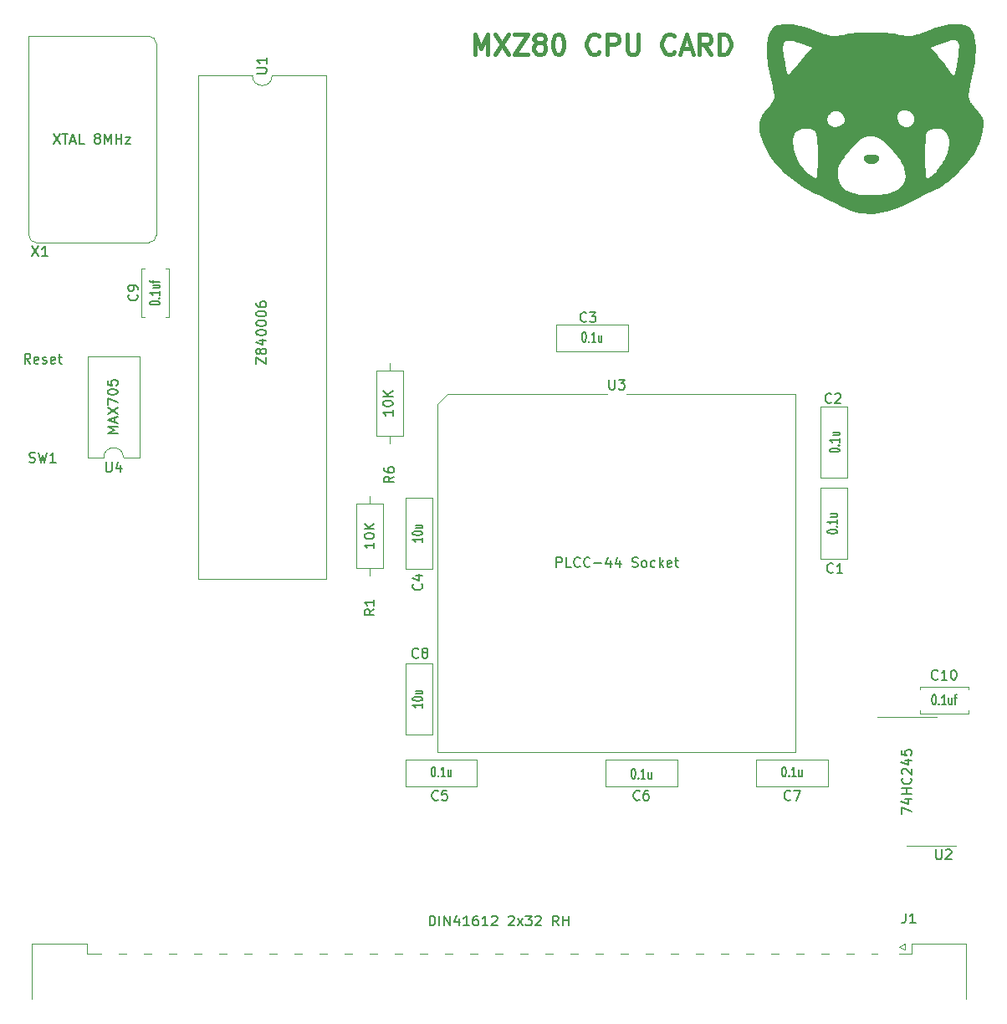
<source format=gbr>
%TF.GenerationSoftware,KiCad,Pcbnew,7.0.5*%
%TF.CreationDate,2024-02-10T13:24:14-07:00*%
%TF.ProjectId,z80_board,7a38305f-626f-4617-9264-2e6b69636164,rev?*%
%TF.SameCoordinates,Original*%
%TF.FileFunction,Legend,Top*%
%TF.FilePolarity,Positive*%
%FSLAX46Y46*%
G04 Gerber Fmt 4.6, Leading zero omitted, Abs format (unit mm)*
G04 Created by KiCad (PCBNEW 7.0.5) date 2024-02-10 13:24:14*
%MOMM*%
%LPD*%
G01*
G04 APERTURE LIST*
%ADD10C,0.400000*%
%ADD11C,0.000000*%
%ADD12C,0.150000*%
%ADD13C,0.120000*%
G04 APERTURE END LIST*
D10*
X126489347Y-66134438D02*
X126489347Y-64134438D01*
X126489347Y-64134438D02*
X127156014Y-65563009D01*
X127156014Y-65563009D02*
X127822680Y-64134438D01*
X127822680Y-64134438D02*
X127822680Y-66134438D01*
X128584585Y-64134438D02*
X129917918Y-66134438D01*
X129917918Y-64134438D02*
X128584585Y-66134438D01*
X130489347Y-64134438D02*
X131822680Y-64134438D01*
X131822680Y-64134438D02*
X130489347Y-66134438D01*
X130489347Y-66134438D02*
X131822680Y-66134438D01*
X132870299Y-64991580D02*
X132679823Y-64896342D01*
X132679823Y-64896342D02*
X132584585Y-64801104D01*
X132584585Y-64801104D02*
X132489347Y-64610628D01*
X132489347Y-64610628D02*
X132489347Y-64515390D01*
X132489347Y-64515390D02*
X132584585Y-64324914D01*
X132584585Y-64324914D02*
X132679823Y-64229676D01*
X132679823Y-64229676D02*
X132870299Y-64134438D01*
X132870299Y-64134438D02*
X133251252Y-64134438D01*
X133251252Y-64134438D02*
X133441728Y-64229676D01*
X133441728Y-64229676D02*
X133536966Y-64324914D01*
X133536966Y-64324914D02*
X133632204Y-64515390D01*
X133632204Y-64515390D02*
X133632204Y-64610628D01*
X133632204Y-64610628D02*
X133536966Y-64801104D01*
X133536966Y-64801104D02*
X133441728Y-64896342D01*
X133441728Y-64896342D02*
X133251252Y-64991580D01*
X133251252Y-64991580D02*
X132870299Y-64991580D01*
X132870299Y-64991580D02*
X132679823Y-65086819D01*
X132679823Y-65086819D02*
X132584585Y-65182057D01*
X132584585Y-65182057D02*
X132489347Y-65372533D01*
X132489347Y-65372533D02*
X132489347Y-65753485D01*
X132489347Y-65753485D02*
X132584585Y-65943961D01*
X132584585Y-65943961D02*
X132679823Y-66039200D01*
X132679823Y-66039200D02*
X132870299Y-66134438D01*
X132870299Y-66134438D02*
X133251252Y-66134438D01*
X133251252Y-66134438D02*
X133441728Y-66039200D01*
X133441728Y-66039200D02*
X133536966Y-65943961D01*
X133536966Y-65943961D02*
X133632204Y-65753485D01*
X133632204Y-65753485D02*
X133632204Y-65372533D01*
X133632204Y-65372533D02*
X133536966Y-65182057D01*
X133536966Y-65182057D02*
X133441728Y-65086819D01*
X133441728Y-65086819D02*
X133251252Y-64991580D01*
X134870299Y-64134438D02*
X135060776Y-64134438D01*
X135060776Y-64134438D02*
X135251252Y-64229676D01*
X135251252Y-64229676D02*
X135346490Y-64324914D01*
X135346490Y-64324914D02*
X135441728Y-64515390D01*
X135441728Y-64515390D02*
X135536966Y-64896342D01*
X135536966Y-64896342D02*
X135536966Y-65372533D01*
X135536966Y-65372533D02*
X135441728Y-65753485D01*
X135441728Y-65753485D02*
X135346490Y-65943961D01*
X135346490Y-65943961D02*
X135251252Y-66039200D01*
X135251252Y-66039200D02*
X135060776Y-66134438D01*
X135060776Y-66134438D02*
X134870299Y-66134438D01*
X134870299Y-66134438D02*
X134679823Y-66039200D01*
X134679823Y-66039200D02*
X134584585Y-65943961D01*
X134584585Y-65943961D02*
X134489347Y-65753485D01*
X134489347Y-65753485D02*
X134394109Y-65372533D01*
X134394109Y-65372533D02*
X134394109Y-64896342D01*
X134394109Y-64896342D02*
X134489347Y-64515390D01*
X134489347Y-64515390D02*
X134584585Y-64324914D01*
X134584585Y-64324914D02*
X134679823Y-64229676D01*
X134679823Y-64229676D02*
X134870299Y-64134438D01*
X139060776Y-65943961D02*
X138965538Y-66039200D01*
X138965538Y-66039200D02*
X138679824Y-66134438D01*
X138679824Y-66134438D02*
X138489348Y-66134438D01*
X138489348Y-66134438D02*
X138203633Y-66039200D01*
X138203633Y-66039200D02*
X138013157Y-65848723D01*
X138013157Y-65848723D02*
X137917919Y-65658247D01*
X137917919Y-65658247D02*
X137822681Y-65277295D01*
X137822681Y-65277295D02*
X137822681Y-64991580D01*
X137822681Y-64991580D02*
X137917919Y-64610628D01*
X137917919Y-64610628D02*
X138013157Y-64420152D01*
X138013157Y-64420152D02*
X138203633Y-64229676D01*
X138203633Y-64229676D02*
X138489348Y-64134438D01*
X138489348Y-64134438D02*
X138679824Y-64134438D01*
X138679824Y-64134438D02*
X138965538Y-64229676D01*
X138965538Y-64229676D02*
X139060776Y-64324914D01*
X139917919Y-66134438D02*
X139917919Y-64134438D01*
X139917919Y-64134438D02*
X140679824Y-64134438D01*
X140679824Y-64134438D02*
X140870300Y-64229676D01*
X140870300Y-64229676D02*
X140965538Y-64324914D01*
X140965538Y-64324914D02*
X141060776Y-64515390D01*
X141060776Y-64515390D02*
X141060776Y-64801104D01*
X141060776Y-64801104D02*
X140965538Y-64991580D01*
X140965538Y-64991580D02*
X140870300Y-65086819D01*
X140870300Y-65086819D02*
X140679824Y-65182057D01*
X140679824Y-65182057D02*
X139917919Y-65182057D01*
X141917919Y-64134438D02*
X141917919Y-65753485D01*
X141917919Y-65753485D02*
X142013157Y-65943961D01*
X142013157Y-65943961D02*
X142108395Y-66039200D01*
X142108395Y-66039200D02*
X142298871Y-66134438D01*
X142298871Y-66134438D02*
X142679824Y-66134438D01*
X142679824Y-66134438D02*
X142870300Y-66039200D01*
X142870300Y-66039200D02*
X142965538Y-65943961D01*
X142965538Y-65943961D02*
X143060776Y-65753485D01*
X143060776Y-65753485D02*
X143060776Y-64134438D01*
X146679824Y-65943961D02*
X146584586Y-66039200D01*
X146584586Y-66039200D02*
X146298872Y-66134438D01*
X146298872Y-66134438D02*
X146108396Y-66134438D01*
X146108396Y-66134438D02*
X145822681Y-66039200D01*
X145822681Y-66039200D02*
X145632205Y-65848723D01*
X145632205Y-65848723D02*
X145536967Y-65658247D01*
X145536967Y-65658247D02*
X145441729Y-65277295D01*
X145441729Y-65277295D02*
X145441729Y-64991580D01*
X145441729Y-64991580D02*
X145536967Y-64610628D01*
X145536967Y-64610628D02*
X145632205Y-64420152D01*
X145632205Y-64420152D02*
X145822681Y-64229676D01*
X145822681Y-64229676D02*
X146108396Y-64134438D01*
X146108396Y-64134438D02*
X146298872Y-64134438D01*
X146298872Y-64134438D02*
X146584586Y-64229676D01*
X146584586Y-64229676D02*
X146679824Y-64324914D01*
X147441729Y-65563009D02*
X148394110Y-65563009D01*
X147251253Y-66134438D02*
X147917919Y-64134438D01*
X147917919Y-64134438D02*
X148584586Y-66134438D01*
X150394110Y-66134438D02*
X149727443Y-65182057D01*
X149251253Y-66134438D02*
X149251253Y-64134438D01*
X149251253Y-64134438D02*
X150013158Y-64134438D01*
X150013158Y-64134438D02*
X150203634Y-64229676D01*
X150203634Y-64229676D02*
X150298872Y-64324914D01*
X150298872Y-64324914D02*
X150394110Y-64515390D01*
X150394110Y-64515390D02*
X150394110Y-64801104D01*
X150394110Y-64801104D02*
X150298872Y-64991580D01*
X150298872Y-64991580D02*
X150203634Y-65086819D01*
X150203634Y-65086819D02*
X150013158Y-65182057D01*
X150013158Y-65182057D02*
X149251253Y-65182057D01*
X151251253Y-66134438D02*
X151251253Y-64134438D01*
X151251253Y-64134438D02*
X151727443Y-64134438D01*
X151727443Y-64134438D02*
X152013158Y-64229676D01*
X152013158Y-64229676D02*
X152203634Y-64420152D01*
X152203634Y-64420152D02*
X152298872Y-64610628D01*
X152298872Y-64610628D02*
X152394110Y-64991580D01*
X152394110Y-64991580D02*
X152394110Y-65277295D01*
X152394110Y-65277295D02*
X152298872Y-65658247D01*
X152298872Y-65658247D02*
X152203634Y-65848723D01*
X152203634Y-65848723D02*
X152013158Y-66039200D01*
X152013158Y-66039200D02*
X151727443Y-66134438D01*
X151727443Y-66134438D02*
X151251253Y-66134438D01*
D11*
G36*
X166771002Y-76323540D02*
G01*
X166877804Y-76327487D01*
X166927053Y-76330523D01*
X166973599Y-76334301D01*
X167017490Y-76338845D01*
X167058775Y-76344178D01*
X167097502Y-76350325D01*
X167133719Y-76357310D01*
X167167475Y-76365158D01*
X167198818Y-76373892D01*
X167227797Y-76383537D01*
X167254461Y-76394116D01*
X167278857Y-76405656D01*
X167301034Y-76418178D01*
X167321041Y-76431709D01*
X167338926Y-76446271D01*
X167354737Y-76461889D01*
X167368524Y-76478588D01*
X167380333Y-76496391D01*
X167390215Y-76515323D01*
X167398217Y-76535409D01*
X167404387Y-76556671D01*
X167408775Y-76579135D01*
X167411428Y-76602825D01*
X167412395Y-76627764D01*
X167411725Y-76653978D01*
X167409466Y-76681490D01*
X167405666Y-76710325D01*
X167400374Y-76740506D01*
X167393638Y-76772059D01*
X167380376Y-76829730D01*
X167360720Y-76883680D01*
X167335095Y-76933909D01*
X167303928Y-76980418D01*
X167267644Y-77023206D01*
X167226671Y-77062273D01*
X167181435Y-77097620D01*
X167132362Y-77129246D01*
X167079878Y-77157151D01*
X167024410Y-77181336D01*
X166966384Y-77201800D01*
X166906226Y-77218543D01*
X166844363Y-77231565D01*
X166781220Y-77240867D01*
X166717226Y-77246448D01*
X166652805Y-77248309D01*
X166588383Y-77246448D01*
X166524389Y-77240867D01*
X166461247Y-77231565D01*
X166399383Y-77218543D01*
X166339226Y-77201800D01*
X166281199Y-77181336D01*
X166225731Y-77157151D01*
X166173247Y-77129246D01*
X166124174Y-77097620D01*
X166078938Y-77062273D01*
X166037965Y-77023206D01*
X166001682Y-76980418D01*
X165970514Y-76933909D01*
X165944889Y-76883680D01*
X165925233Y-76829730D01*
X165911971Y-76772059D01*
X165899944Y-76710325D01*
X165893885Y-76653978D01*
X165893214Y-76627764D01*
X165894182Y-76602825D01*
X165896835Y-76579135D01*
X165901223Y-76556671D01*
X165907393Y-76535409D01*
X165915395Y-76515323D01*
X165925276Y-76496391D01*
X165937086Y-76478588D01*
X165950872Y-76461889D01*
X165966684Y-76446271D01*
X165984569Y-76431709D01*
X166004575Y-76418178D01*
X166026753Y-76405656D01*
X166051149Y-76394116D01*
X166077812Y-76383537D01*
X166106791Y-76373892D01*
X166171891Y-76357310D01*
X166246834Y-76344178D01*
X166332010Y-76334301D01*
X166427805Y-76327487D01*
X166534608Y-76323540D01*
X166652805Y-76322267D01*
X166771002Y-76323540D01*
G37*
G36*
X175464121Y-63093379D02*
G01*
X175597583Y-63102533D01*
X175725895Y-63116614D01*
X175848916Y-63135637D01*
X175966507Y-63159616D01*
X176078526Y-63188565D01*
X176184833Y-63222499D01*
X176285288Y-63261434D01*
X176379750Y-63305382D01*
X176468079Y-63354359D01*
X176550134Y-63408379D01*
X176625774Y-63467458D01*
X176694860Y-63531608D01*
X176757250Y-63600846D01*
X176812805Y-63675185D01*
X176905829Y-63828683D01*
X176986489Y-64010203D01*
X177054825Y-64218001D01*
X177110874Y-64450332D01*
X177154676Y-64705452D01*
X177186270Y-64981617D01*
X177205694Y-65277083D01*
X177212987Y-65590107D01*
X177208187Y-65918944D01*
X177191334Y-66261849D01*
X177162466Y-66617079D01*
X177121623Y-66982890D01*
X177068841Y-67357538D01*
X177004162Y-67739278D01*
X176927623Y-68126367D01*
X176839262Y-68517061D01*
X176675138Y-69216708D01*
X176612299Y-69503105D01*
X176563103Y-69753574D01*
X176543815Y-69866825D01*
X176528170Y-69972882D01*
X176516245Y-70072341D01*
X176508119Y-70165797D01*
X176503869Y-70253846D01*
X176503572Y-70337085D01*
X176507305Y-70416108D01*
X176515147Y-70491513D01*
X176527175Y-70563895D01*
X176543466Y-70633849D01*
X176564098Y-70701973D01*
X176589148Y-70768860D01*
X176618694Y-70835109D01*
X176652813Y-70901313D01*
X176691583Y-70968070D01*
X176735082Y-71035976D01*
X176783386Y-71105625D01*
X176836574Y-71177614D01*
X176957911Y-71330996D01*
X177099711Y-71500889D01*
X177262595Y-71692059D01*
X177389500Y-71835261D01*
X177502684Y-71968270D01*
X177602691Y-72092675D01*
X177690064Y-72210064D01*
X177765343Y-72322028D01*
X177829073Y-72430154D01*
X177881796Y-72536032D01*
X177904200Y-72588625D01*
X177924055Y-72641252D01*
X177941429Y-72694111D01*
X177956391Y-72747402D01*
X177969008Y-72801322D01*
X177979349Y-72856071D01*
X177993469Y-72968848D01*
X177999296Y-73087323D01*
X177997371Y-73213084D01*
X177988237Y-73347720D01*
X177972437Y-73492821D01*
X177950514Y-73649976D01*
X177937866Y-73758316D01*
X177920024Y-73874252D01*
X177897377Y-73996699D01*
X177870311Y-74124572D01*
X177804475Y-74392256D01*
X177725616Y-74668622D01*
X177636836Y-74944987D01*
X177541235Y-75212671D01*
X177441913Y-75462992D01*
X177341971Y-75687268D01*
X177213949Y-75936225D01*
X177050775Y-76204291D01*
X176856362Y-76487626D01*
X176634625Y-76782395D01*
X176389478Y-77084760D01*
X176124837Y-77390885D01*
X175844615Y-77696932D01*
X175552727Y-77999065D01*
X175253088Y-78293446D01*
X174949611Y-78576239D01*
X174646213Y-78843606D01*
X174346806Y-79091711D01*
X174055305Y-79316717D01*
X173775626Y-79514786D01*
X173511682Y-79682081D01*
X173267388Y-79814767D01*
X172030460Y-80410080D01*
X171198676Y-80819357D01*
X170356971Y-81243517D01*
X169880934Y-81472650D01*
X169414858Y-81673878D01*
X168958161Y-81847201D01*
X168510262Y-81992619D01*
X168070580Y-82110131D01*
X167638532Y-82199738D01*
X167213539Y-82261440D01*
X166795018Y-82295236D01*
X166382388Y-82301127D01*
X165975068Y-82279113D01*
X165572476Y-82229194D01*
X165174032Y-82151369D01*
X164779153Y-82045639D01*
X164387258Y-81912004D01*
X163997767Y-81750463D01*
X163610097Y-81561018D01*
X162981711Y-81241864D01*
X162234263Y-80873101D01*
X161466972Y-80504338D01*
X160779055Y-80185183D01*
X160402612Y-79996610D01*
X160028455Y-79789084D01*
X159658252Y-79564117D01*
X159293668Y-79323221D01*
X158936371Y-79067907D01*
X158588026Y-78799687D01*
X158250302Y-78520072D01*
X157924863Y-78230575D01*
X157613377Y-77932705D01*
X157317510Y-77627976D01*
X157038929Y-77317898D01*
X156779300Y-77003983D01*
X156540290Y-76687743D01*
X156323565Y-76370689D01*
X156130793Y-76054332D01*
X155963639Y-75740185D01*
X155801175Y-75401704D01*
X155661073Y-75079967D01*
X155617823Y-74967437D01*
X158716408Y-74967437D01*
X158719291Y-75106335D01*
X158745846Y-75395710D01*
X158798989Y-75696712D01*
X158877363Y-76004768D01*
X158979611Y-76315305D01*
X159104377Y-76623749D01*
X159250305Y-76925526D01*
X159416038Y-77216064D01*
X159600219Y-77490788D01*
X159801492Y-77745127D01*
X159908115Y-77863222D01*
X160018501Y-77974505D01*
X160132482Y-78078405D01*
X160249889Y-78174351D01*
X160314620Y-78228256D01*
X160379545Y-78280649D01*
X160444237Y-78331260D01*
X160508271Y-78379816D01*
X160571219Y-78426047D01*
X160632656Y-78469682D01*
X160692155Y-78510448D01*
X160749290Y-78548075D01*
X160803634Y-78582291D01*
X160854761Y-78612826D01*
X160902245Y-78639407D01*
X160945660Y-78661763D01*
X160984579Y-78679624D01*
X161018575Y-78692718D01*
X161047224Y-78700773D01*
X161059409Y-78702826D01*
X161070097Y-78703518D01*
X161091572Y-78691134D01*
X161111361Y-78654988D01*
X161145958Y-78517431D01*
X161174044Y-78302903D01*
X161194086Y-78045160D01*
X163249964Y-78045160D01*
X163254505Y-78184556D01*
X163266139Y-78333100D01*
X163300975Y-78600745D01*
X163356314Y-78848314D01*
X163391878Y-78964691D01*
X163432815Y-79076194D01*
X163479206Y-79182872D01*
X163531135Y-79284773D01*
X163588684Y-79381946D01*
X163651935Y-79474439D01*
X163720971Y-79562300D01*
X163795874Y-79645578D01*
X163876726Y-79724322D01*
X163963609Y-79798579D01*
X164056606Y-79868399D01*
X164155800Y-79933830D01*
X164261272Y-79994919D01*
X164373106Y-80051716D01*
X164616185Y-80152628D01*
X164885697Y-80236951D01*
X165182300Y-80305073D01*
X165506654Y-80357383D01*
X165859417Y-80394267D01*
X166241247Y-80416113D01*
X166652805Y-80423309D01*
X166989280Y-80417533D01*
X167309070Y-80400358D01*
X167612078Y-80372011D01*
X167898207Y-80332720D01*
X168167360Y-80282713D01*
X168419441Y-80222217D01*
X168654353Y-80151460D01*
X168871998Y-80070669D01*
X169072279Y-79980073D01*
X169255101Y-79879899D01*
X169420365Y-79770375D01*
X169567976Y-79651728D01*
X169697835Y-79524187D01*
X169809847Y-79387978D01*
X169903914Y-79243330D01*
X169979940Y-79090471D01*
X170037827Y-78929627D01*
X170077479Y-78761027D01*
X170098799Y-78584898D01*
X170101690Y-78401469D01*
X170086054Y-78210966D01*
X170051796Y-78013618D01*
X169998818Y-77809652D01*
X169927024Y-77599295D01*
X169836315Y-77382777D01*
X169726597Y-77160323D01*
X169597771Y-76932163D01*
X169449740Y-76698523D01*
X169322871Y-76517398D01*
X172080071Y-76517398D01*
X172095419Y-77331974D01*
X172135882Y-78030898D01*
X172165240Y-78307438D01*
X172200529Y-78519602D01*
X172241631Y-78655569D01*
X172264326Y-78691285D01*
X172288430Y-78703518D01*
X172337679Y-78698933D01*
X172390963Y-78685444D01*
X172447977Y-78663448D01*
X172508417Y-78633342D01*
X172638351Y-78550388D01*
X172778323Y-78439762D01*
X172925892Y-78304641D01*
X173078615Y-78148203D01*
X173234051Y-77973627D01*
X173389758Y-77784091D01*
X173543295Y-77582772D01*
X173692220Y-77372850D01*
X173834091Y-77157501D01*
X173966467Y-76939904D01*
X174086905Y-76723238D01*
X174192964Y-76510680D01*
X174282203Y-76305408D01*
X174352179Y-76110600D01*
X174394043Y-75956689D01*
X174430365Y-75811963D01*
X174461184Y-75675685D01*
X174486538Y-75547121D01*
X174506465Y-75425533D01*
X174521006Y-75310185D01*
X174530198Y-75200340D01*
X174534080Y-75095263D01*
X174532691Y-74994216D01*
X174526070Y-74896463D01*
X174514256Y-74801269D01*
X174497286Y-74707896D01*
X174475201Y-74615609D01*
X174448039Y-74523670D01*
X174415838Y-74431343D01*
X174378638Y-74337893D01*
X174333609Y-74251981D01*
X174287533Y-74172735D01*
X174239984Y-74100001D01*
X174190536Y-74033622D01*
X174138763Y-73973445D01*
X174084238Y-73919314D01*
X174026535Y-73871074D01*
X173996358Y-73849115D01*
X173965227Y-73828570D01*
X173933088Y-73809421D01*
X173899889Y-73791647D01*
X173865575Y-73775230D01*
X173830093Y-73760151D01*
X173755414Y-73733925D01*
X173675425Y-73712815D01*
X173589700Y-73696666D01*
X173497813Y-73685323D01*
X173399337Y-73678631D01*
X173293845Y-73676435D01*
X173214244Y-73678256D01*
X173134527Y-73683566D01*
X173055197Y-73692131D01*
X172976759Y-73703720D01*
X172899716Y-73718099D01*
X172824572Y-73735036D01*
X172751831Y-73754298D01*
X172681997Y-73775653D01*
X172615574Y-73798869D01*
X172553065Y-73823713D01*
X172494974Y-73849951D01*
X172441806Y-73877353D01*
X172394063Y-73905684D01*
X172352251Y-73934714D01*
X172316872Y-73964208D01*
X172301752Y-73979057D01*
X172288430Y-73993935D01*
X172262073Y-74047019D01*
X172237561Y-74120949D01*
X172194018Y-74325439D01*
X172157683Y-74595584D01*
X172128440Y-74919563D01*
X172090768Y-75681738D01*
X172080071Y-76517398D01*
X169322871Y-76517398D01*
X169282409Y-76459632D01*
X169095679Y-76215716D01*
X168889455Y-75967005D01*
X168663639Y-75713725D01*
X168491627Y-75529712D01*
X168331824Y-75364031D01*
X168182796Y-75215791D01*
X168043108Y-75084100D01*
X167911327Y-74968067D01*
X167786018Y-74866801D01*
X167665747Y-74779409D01*
X167549081Y-74705002D01*
X167491652Y-74672388D01*
X167434586Y-74642687D01*
X167377703Y-74615785D01*
X167320826Y-74591572D01*
X167263775Y-74569937D01*
X167206369Y-74550767D01*
X167148431Y-74533952D01*
X167089781Y-74519380D01*
X166969627Y-74496520D01*
X166844473Y-74481295D01*
X166712885Y-74472813D01*
X166573430Y-74470184D01*
X166430183Y-74472865D01*
X166296858Y-74481708D01*
X166171594Y-74497915D01*
X166052532Y-74522687D01*
X165937810Y-74557227D01*
X165825569Y-74602734D01*
X165713948Y-74660412D01*
X165601087Y-74731460D01*
X165485125Y-74817082D01*
X165364202Y-74918478D01*
X165236458Y-75036849D01*
X165100032Y-75173398D01*
X164953064Y-75329325D01*
X164793694Y-75505832D01*
X164430305Y-75925393D01*
X164241951Y-76148351D01*
X164073170Y-76352240D01*
X163923069Y-76539076D01*
X163790758Y-76710875D01*
X163675345Y-76869651D01*
X163575939Y-77017419D01*
X163491648Y-77156196D01*
X163454893Y-77222843D01*
X163421582Y-77287997D01*
X163391604Y-77351911D01*
X163364847Y-77414837D01*
X163341201Y-77477026D01*
X163320554Y-77538731D01*
X163302794Y-77600203D01*
X163287811Y-77661695D01*
X163275491Y-77723458D01*
X163265725Y-77785744D01*
X163258401Y-77848805D01*
X163253407Y-77912894D01*
X163249964Y-78045160D01*
X161194086Y-78045160D01*
X161195774Y-78023456D01*
X161220785Y-77318021D01*
X161222232Y-76497554D01*
X161201355Y-75658484D01*
X161159394Y-74897239D01*
X161130894Y-74575934D01*
X161097589Y-74310246D01*
X161059632Y-74112229D01*
X161017180Y-73993935D01*
X160989411Y-73957816D01*
X160955944Y-73923881D01*
X160917128Y-73892146D01*
X160873313Y-73862625D01*
X160824847Y-73835333D01*
X160772079Y-73810284D01*
X160655032Y-73766972D01*
X160524962Y-73732808D01*
X160384661Y-73707906D01*
X160236918Y-73692384D01*
X160084524Y-73686357D01*
X159930270Y-73689942D01*
X159776946Y-73703255D01*
X159627343Y-73726412D01*
X159484251Y-73759531D01*
X159350460Y-73802726D01*
X159287925Y-73828138D01*
X159228762Y-73856114D01*
X159173320Y-73886667D01*
X159121947Y-73919812D01*
X159074993Y-73955563D01*
X159032805Y-73993935D01*
X158965184Y-74070657D01*
X158906075Y-74156574D01*
X158855309Y-74251114D01*
X158812716Y-74353706D01*
X158778125Y-74463779D01*
X158751369Y-74580760D01*
X158732277Y-74704077D01*
X158720680Y-74833160D01*
X158716408Y-74967437D01*
X155617823Y-74967437D01*
X155543374Y-74773732D01*
X155448115Y-74481761D01*
X155408913Y-74340736D01*
X155375335Y-74202811D01*
X155347387Y-74067833D01*
X155325073Y-73935644D01*
X155308399Y-73806091D01*
X155297368Y-73679019D01*
X155291987Y-73554272D01*
X155292259Y-73431696D01*
X155298189Y-73311135D01*
X155309783Y-73192434D01*
X155327046Y-73075438D01*
X155349981Y-72959993D01*
X155378595Y-72845943D01*
X155407392Y-72751220D01*
X162189202Y-72751220D01*
X162192922Y-72824528D01*
X162204156Y-72896005D01*
X162222550Y-72965291D01*
X162247751Y-73032030D01*
X162279405Y-73095862D01*
X162317159Y-73156428D01*
X162360659Y-73213370D01*
X162409550Y-73266331D01*
X162463480Y-73314950D01*
X162522095Y-73358870D01*
X162585041Y-73397733D01*
X162651964Y-73431178D01*
X162722512Y-73458850D01*
X162796329Y-73480387D01*
X162873063Y-73495433D01*
X162952359Y-73503629D01*
X163033865Y-73504615D01*
X163117227Y-73498035D01*
X163202090Y-73483528D01*
X163288101Y-73460737D01*
X163374907Y-73429303D01*
X163462154Y-73388868D01*
X163549488Y-73339073D01*
X163636555Y-73279559D01*
X163706952Y-73226449D01*
X163769364Y-73175896D01*
X163823870Y-73127359D01*
X163848182Y-73103677D01*
X163870546Y-73080295D01*
X163890973Y-73057146D01*
X163909471Y-73034161D01*
X163926052Y-73011273D01*
X163940723Y-72988414D01*
X163953495Y-72965517D01*
X163964378Y-72942513D01*
X163973381Y-72919334D01*
X163980513Y-72895914D01*
X163985786Y-72872183D01*
X163989208Y-72848074D01*
X163990789Y-72823520D01*
X163990539Y-72798452D01*
X163988467Y-72772803D01*
X163984583Y-72746504D01*
X163978897Y-72719489D01*
X163971418Y-72691688D01*
X163962157Y-72663035D01*
X163951122Y-72633462D01*
X163938324Y-72602900D01*
X163923773Y-72571282D01*
X163904910Y-72534644D01*
X169288974Y-72534644D01*
X169291534Y-72585822D01*
X169296784Y-72637306D01*
X169304678Y-72688915D01*
X169315174Y-72740471D01*
X169328228Y-72791795D01*
X169343796Y-72842707D01*
X169361835Y-72893027D01*
X169382301Y-72942578D01*
X169405151Y-72991179D01*
X169430341Y-73038651D01*
X169457827Y-73084815D01*
X169487566Y-73129492D01*
X169519515Y-73172502D01*
X169553628Y-73213666D01*
X169589864Y-73252805D01*
X169628178Y-73289740D01*
X169668527Y-73324292D01*
X169710867Y-73356280D01*
X169755154Y-73385527D01*
X169801346Y-73411852D01*
X169870689Y-73443432D01*
X169939684Y-73468851D01*
X170008136Y-73488300D01*
X170075852Y-73501975D01*
X170142637Y-73510069D01*
X170208298Y-73512775D01*
X170272642Y-73510288D01*
X170335474Y-73502802D01*
X170396601Y-73490509D01*
X170455829Y-73473604D01*
X170512964Y-73452281D01*
X170567812Y-73426734D01*
X170620179Y-73397156D01*
X170669873Y-73363740D01*
X170716698Y-73326682D01*
X170760461Y-73286174D01*
X170800969Y-73242411D01*
X170838028Y-73195585D01*
X170871443Y-73145892D01*
X170901021Y-73093524D01*
X170926569Y-73038676D01*
X170947892Y-72981542D01*
X170964796Y-72922314D01*
X170977089Y-72861187D01*
X170984575Y-72798355D01*
X170987062Y-72734011D01*
X170984355Y-72668350D01*
X170976261Y-72601565D01*
X170962586Y-72533849D01*
X170943137Y-72465397D01*
X170917718Y-72396402D01*
X170886137Y-72327059D01*
X170859812Y-72280868D01*
X170830566Y-72236580D01*
X170798577Y-72194240D01*
X170764026Y-72153892D01*
X170727091Y-72115578D01*
X170687952Y-72079342D01*
X170646787Y-72045228D01*
X170603777Y-72013280D01*
X170559101Y-71983541D01*
X170512937Y-71956055D01*
X170465465Y-71930865D01*
X170416864Y-71908015D01*
X170367314Y-71887549D01*
X170316993Y-71869510D01*
X170266081Y-71853942D01*
X170214758Y-71840888D01*
X170163201Y-71830392D01*
X170111592Y-71822498D01*
X170060109Y-71817248D01*
X170008931Y-71814688D01*
X169958237Y-71814860D01*
X169908207Y-71817808D01*
X169859020Y-71823576D01*
X169810855Y-71832206D01*
X169763892Y-71843744D01*
X169718309Y-71858232D01*
X169674286Y-71875714D01*
X169632003Y-71896233D01*
X169591638Y-71919834D01*
X169553371Y-71946560D01*
X169517381Y-71976454D01*
X169483847Y-72009560D01*
X169450741Y-72043094D01*
X169420847Y-72079084D01*
X169394121Y-72117351D01*
X169370520Y-72157716D01*
X169350000Y-72200000D01*
X169332518Y-72244022D01*
X169318030Y-72289605D01*
X169306493Y-72336568D01*
X169297862Y-72384733D01*
X169292094Y-72433920D01*
X169289146Y-72483950D01*
X169288974Y-72534644D01*
X163904910Y-72534644D01*
X163889447Y-72504607D01*
X163848222Y-72432893D01*
X163812886Y-72377315D01*
X163776379Y-72324689D01*
X163738766Y-72275017D01*
X163700117Y-72228306D01*
X163660499Y-72184559D01*
X163619980Y-72143783D01*
X163578627Y-72105981D01*
X163536509Y-72071158D01*
X163493694Y-72039320D01*
X163450249Y-72010470D01*
X163406241Y-71984615D01*
X163361740Y-71961759D01*
X163316812Y-71941906D01*
X163271526Y-71925062D01*
X163225949Y-71911232D01*
X163180149Y-71900419D01*
X163134194Y-71892630D01*
X163088152Y-71887868D01*
X163042090Y-71886140D01*
X162996077Y-71887448D01*
X162950181Y-71891800D01*
X162904468Y-71899198D01*
X162859007Y-71909649D01*
X162813866Y-71923157D01*
X162769113Y-71939727D01*
X162724815Y-71959363D01*
X162681040Y-71982071D01*
X162637856Y-72007855D01*
X162595332Y-72036720D01*
X162553533Y-72068672D01*
X162512530Y-72103714D01*
X162472389Y-72141852D01*
X162403264Y-72216904D01*
X162344483Y-72292993D01*
X162295692Y-72369760D01*
X162256536Y-72446846D01*
X162226663Y-72523894D01*
X162205719Y-72600545D01*
X162193350Y-72676440D01*
X162189202Y-72751220D01*
X155407392Y-72751220D01*
X155412891Y-72733134D01*
X155452875Y-72621409D01*
X155498551Y-72510615D01*
X155549925Y-72400596D01*
X155607000Y-72291197D01*
X155669783Y-72182263D01*
X155738278Y-72073639D01*
X155812489Y-71965170D01*
X155892422Y-71856701D01*
X156069472Y-71639143D01*
X156373019Y-71299216D01*
X156493051Y-71157428D01*
X156592851Y-71028121D01*
X156673117Y-70906565D01*
X156706144Y-70847216D01*
X156734548Y-70788032D01*
X156758417Y-70728422D01*
X156777840Y-70667794D01*
X156792902Y-70605558D01*
X156803691Y-70541122D01*
X156810294Y-70473896D01*
X156812799Y-70403288D01*
X156805861Y-70249564D01*
X156783576Y-70075221D01*
X156746640Y-69875530D01*
X156695752Y-69645764D01*
X156631608Y-69381193D01*
X156466347Y-68728727D01*
X156373627Y-68353388D01*
X156293851Y-67973320D01*
X156226943Y-67591238D01*
X156172825Y-67209853D01*
X156131419Y-66831878D01*
X156102648Y-66460028D01*
X156086435Y-66097014D01*
X156082701Y-65745549D01*
X156088345Y-65526015D01*
X157709676Y-65526015D01*
X157712415Y-65641035D01*
X157719655Y-65764669D01*
X157746766Y-66038206D01*
X157789264Y-66347476D01*
X157846153Y-66707402D01*
X157898353Y-67024231D01*
X157946754Y-67299511D01*
X157992249Y-67534794D01*
X158014185Y-67637921D01*
X158035728Y-67731630D01*
X158056990Y-67816114D01*
X158078083Y-67891568D01*
X158099118Y-67958186D01*
X158120206Y-68016160D01*
X158141459Y-68065686D01*
X158162988Y-68106956D01*
X158184904Y-68140164D01*
X158207320Y-68165505D01*
X158218749Y-68175286D01*
X158230345Y-68183172D01*
X158242122Y-68189188D01*
X158254093Y-68193359D01*
X158266273Y-68195708D01*
X158278674Y-68196259D01*
X158291312Y-68195037D01*
X158304200Y-68192067D01*
X158317352Y-68187371D01*
X158330782Y-68180976D01*
X158358531Y-68163180D01*
X158387560Y-68138872D01*
X158417978Y-68108247D01*
X158449899Y-68071499D01*
X158483433Y-68028820D01*
X158518692Y-67980406D01*
X158555787Y-67926449D01*
X158635930Y-67802684D01*
X158739232Y-67668532D01*
X158867027Y-67508335D01*
X159175019Y-67134612D01*
X159517737Y-66731122D01*
X159853013Y-66347476D01*
X160646764Y-65500810D01*
X172658847Y-65500810D01*
X173320306Y-66215184D01*
X173464689Y-66375381D01*
X173617134Y-66554182D01*
X173773300Y-66745384D01*
X173928846Y-66942788D01*
X174079431Y-67140192D01*
X174220715Y-67331395D01*
X174348355Y-67510195D01*
X174458013Y-67670392D01*
X174507273Y-67743508D01*
X174555681Y-67813795D01*
X174603004Y-67880903D01*
X174649009Y-67944484D01*
X174693463Y-68004190D01*
X174736135Y-68059671D01*
X174776792Y-68110579D01*
X174815200Y-68156565D01*
X174851128Y-68197279D01*
X174884343Y-68232374D01*
X174914613Y-68261500D01*
X174928570Y-68273716D01*
X174941704Y-68284309D01*
X174953985Y-68293235D01*
X174965384Y-68300452D01*
X174975873Y-68305914D01*
X174985422Y-68309579D01*
X174994001Y-68311403D01*
X175001583Y-68311343D01*
X175008138Y-68309354D01*
X175013636Y-68305393D01*
X175036329Y-68278562D01*
X175059680Y-68238330D01*
X175107894Y-68121115D01*
X175157349Y-67960647D01*
X175207113Y-67763825D01*
X175303852Y-67288712D01*
X175390668Y-66750967D01*
X175460122Y-66205780D01*
X175504770Y-65708343D01*
X175515467Y-65494777D01*
X175517173Y-65313845D01*
X175508956Y-65172446D01*
X175489888Y-65077477D01*
X175458210Y-65006790D01*
X175422502Y-64943583D01*
X175403039Y-64914797D01*
X175382453Y-64887896D01*
X175360703Y-64862883D01*
X175337752Y-64839765D01*
X175313561Y-64818546D01*
X175288091Y-64799232D01*
X175261303Y-64781825D01*
X175233159Y-64766333D01*
X175203620Y-64752759D01*
X175172646Y-64741108D01*
X175140199Y-64731386D01*
X175106242Y-64723596D01*
X175070733Y-64717745D01*
X175033636Y-64713836D01*
X174954519Y-64711866D01*
X174868581Y-64717724D01*
X174775512Y-64731451D01*
X174675001Y-64753084D01*
X174566739Y-64782662D01*
X174450416Y-64820224D01*
X174325720Y-64865809D01*
X173293845Y-65262685D01*
X172658847Y-65500810D01*
X160646764Y-65500810D01*
X159932388Y-65209769D01*
X159560958Y-65072555D01*
X159229331Y-64959138D01*
X158935763Y-64870371D01*
X158802707Y-64835497D01*
X158678512Y-64807106D01*
X158562959Y-64785303D01*
X158455832Y-64770196D01*
X158356911Y-64761891D01*
X158265979Y-64760494D01*
X158182818Y-64766112D01*
X158107209Y-64778852D01*
X158038936Y-64798820D01*
X157977779Y-64826122D01*
X157923522Y-64860867D01*
X157875945Y-64903159D01*
X157834830Y-64953106D01*
X157799961Y-65010814D01*
X157771118Y-65076390D01*
X157748084Y-65149940D01*
X157730641Y-65231571D01*
X157718570Y-65321389D01*
X157711655Y-65419502D01*
X157709676Y-65526015D01*
X156088345Y-65526015D01*
X156091370Y-65408348D01*
X156112364Y-65088122D01*
X156145605Y-64787585D01*
X156191015Y-64509449D01*
X156248518Y-64256428D01*
X156318036Y-64031235D01*
X156399491Y-63836583D01*
X156444671Y-63751558D01*
X156492806Y-63675185D01*
X156548360Y-63600846D01*
X156610751Y-63531608D01*
X156679836Y-63467458D01*
X156755477Y-63408379D01*
X156925860Y-63305382D01*
X157120777Y-63222499D01*
X157339104Y-63159616D01*
X157579716Y-63116614D01*
X157841489Y-63093379D01*
X158123300Y-63089794D01*
X158424025Y-63105743D01*
X158742539Y-63141109D01*
X159077719Y-63195776D01*
X159428440Y-63269628D01*
X159793579Y-63362549D01*
X160172012Y-63474422D01*
X160562615Y-63605132D01*
X160964263Y-63754561D01*
X161220456Y-63857565D01*
X161454828Y-63948554D01*
X161669744Y-64027916D01*
X161867568Y-64096038D01*
X162050664Y-64153309D01*
X162221396Y-64200115D01*
X162382129Y-64236844D01*
X162535227Y-64263883D01*
X162683054Y-64281621D01*
X162827974Y-64290445D01*
X162972352Y-64290742D01*
X163118551Y-64282900D01*
X163268936Y-64267307D01*
X163425870Y-64244350D01*
X163591720Y-64214416D01*
X163768847Y-64177894D01*
X164061516Y-64117432D01*
X164381316Y-64065032D01*
X164724370Y-64020693D01*
X165086803Y-63984417D01*
X165464738Y-63956201D01*
X165854301Y-63936047D01*
X166652805Y-63919924D01*
X167451309Y-63936047D01*
X167840872Y-63956201D01*
X168218807Y-63984417D01*
X168581240Y-64020693D01*
X168924294Y-64065032D01*
X169244093Y-64117432D01*
X169536763Y-64177894D01*
X169713890Y-64214416D01*
X169879739Y-64244350D01*
X170036674Y-64267307D01*
X170187059Y-64282900D01*
X170333258Y-64290742D01*
X170477635Y-64290445D01*
X170622555Y-64281621D01*
X170770382Y-64263883D01*
X170923480Y-64236844D01*
X171084213Y-64200115D01*
X171254946Y-64153309D01*
X171438042Y-64096038D01*
X171635866Y-64027916D01*
X171850782Y-63948554D01*
X172341346Y-63754561D01*
X172742995Y-63605132D01*
X173133598Y-63474422D01*
X173512031Y-63362549D01*
X173877170Y-63269628D01*
X174227892Y-63195776D01*
X174563072Y-63141109D01*
X174881586Y-63105743D01*
X175034242Y-63095334D01*
X175182310Y-63089794D01*
X175325650Y-63089138D01*
X175464121Y-63093379D01*
G37*
D12*
%TO.C,SW1*%
X81416667Y-107407200D02*
X81559524Y-107454819D01*
X81559524Y-107454819D02*
X81797619Y-107454819D01*
X81797619Y-107454819D02*
X81892857Y-107407200D01*
X81892857Y-107407200D02*
X81940476Y-107359580D01*
X81940476Y-107359580D02*
X81988095Y-107264342D01*
X81988095Y-107264342D02*
X81988095Y-107169104D01*
X81988095Y-107169104D02*
X81940476Y-107073866D01*
X81940476Y-107073866D02*
X81892857Y-107026247D01*
X81892857Y-107026247D02*
X81797619Y-106978628D01*
X81797619Y-106978628D02*
X81607143Y-106931009D01*
X81607143Y-106931009D02*
X81511905Y-106883390D01*
X81511905Y-106883390D02*
X81464286Y-106835771D01*
X81464286Y-106835771D02*
X81416667Y-106740533D01*
X81416667Y-106740533D02*
X81416667Y-106645295D01*
X81416667Y-106645295D02*
X81464286Y-106550057D01*
X81464286Y-106550057D02*
X81511905Y-106502438D01*
X81511905Y-106502438D02*
X81607143Y-106454819D01*
X81607143Y-106454819D02*
X81845238Y-106454819D01*
X81845238Y-106454819D02*
X81988095Y-106502438D01*
X82321429Y-106454819D02*
X82559524Y-107454819D01*
X82559524Y-107454819D02*
X82750000Y-106740533D01*
X82750000Y-106740533D02*
X82940476Y-107454819D01*
X82940476Y-107454819D02*
X83178572Y-106454819D01*
X84083333Y-107454819D02*
X83511905Y-107454819D01*
X83797619Y-107454819D02*
X83797619Y-106454819D01*
X83797619Y-106454819D02*
X83702381Y-106597676D01*
X83702381Y-106597676D02*
X83607143Y-106692914D01*
X83607143Y-106692914D02*
X83511905Y-106740533D01*
X81511904Y-97454819D02*
X81178571Y-96978628D01*
X80940476Y-97454819D02*
X80940476Y-96454819D01*
X80940476Y-96454819D02*
X81321428Y-96454819D01*
X81321428Y-96454819D02*
X81416666Y-96502438D01*
X81416666Y-96502438D02*
X81464285Y-96550057D01*
X81464285Y-96550057D02*
X81511904Y-96645295D01*
X81511904Y-96645295D02*
X81511904Y-96788152D01*
X81511904Y-96788152D02*
X81464285Y-96883390D01*
X81464285Y-96883390D02*
X81416666Y-96931009D01*
X81416666Y-96931009D02*
X81321428Y-96978628D01*
X81321428Y-96978628D02*
X80940476Y-96978628D01*
X82321428Y-97407200D02*
X82226190Y-97454819D01*
X82226190Y-97454819D02*
X82035714Y-97454819D01*
X82035714Y-97454819D02*
X81940476Y-97407200D01*
X81940476Y-97407200D02*
X81892857Y-97311961D01*
X81892857Y-97311961D02*
X81892857Y-96931009D01*
X81892857Y-96931009D02*
X81940476Y-96835771D01*
X81940476Y-96835771D02*
X82035714Y-96788152D01*
X82035714Y-96788152D02*
X82226190Y-96788152D01*
X82226190Y-96788152D02*
X82321428Y-96835771D01*
X82321428Y-96835771D02*
X82369047Y-96931009D01*
X82369047Y-96931009D02*
X82369047Y-97026247D01*
X82369047Y-97026247D02*
X81892857Y-97121485D01*
X82750000Y-97407200D02*
X82845238Y-97454819D01*
X82845238Y-97454819D02*
X83035714Y-97454819D01*
X83035714Y-97454819D02*
X83130952Y-97407200D01*
X83130952Y-97407200D02*
X83178571Y-97311961D01*
X83178571Y-97311961D02*
X83178571Y-97264342D01*
X83178571Y-97264342D02*
X83130952Y-97169104D01*
X83130952Y-97169104D02*
X83035714Y-97121485D01*
X83035714Y-97121485D02*
X82892857Y-97121485D01*
X82892857Y-97121485D02*
X82797619Y-97073866D01*
X82797619Y-97073866D02*
X82750000Y-96978628D01*
X82750000Y-96978628D02*
X82750000Y-96931009D01*
X82750000Y-96931009D02*
X82797619Y-96835771D01*
X82797619Y-96835771D02*
X82892857Y-96788152D01*
X82892857Y-96788152D02*
X83035714Y-96788152D01*
X83035714Y-96788152D02*
X83130952Y-96835771D01*
X83988095Y-97407200D02*
X83892857Y-97454819D01*
X83892857Y-97454819D02*
X83702381Y-97454819D01*
X83702381Y-97454819D02*
X83607143Y-97407200D01*
X83607143Y-97407200D02*
X83559524Y-97311961D01*
X83559524Y-97311961D02*
X83559524Y-96931009D01*
X83559524Y-96931009D02*
X83607143Y-96835771D01*
X83607143Y-96835771D02*
X83702381Y-96788152D01*
X83702381Y-96788152D02*
X83892857Y-96788152D01*
X83892857Y-96788152D02*
X83988095Y-96835771D01*
X83988095Y-96835771D02*
X84035714Y-96931009D01*
X84035714Y-96931009D02*
X84035714Y-97026247D01*
X84035714Y-97026247D02*
X83559524Y-97121485D01*
X84321429Y-96788152D02*
X84702381Y-96788152D01*
X84464286Y-96454819D02*
X84464286Y-97311961D01*
X84464286Y-97311961D02*
X84511905Y-97407200D01*
X84511905Y-97407200D02*
X84607143Y-97454819D01*
X84607143Y-97454819D02*
X84702381Y-97454819D01*
%TO.C,C9*%
X92309580Y-90466666D02*
X92357200Y-90514285D01*
X92357200Y-90514285D02*
X92404819Y-90657142D01*
X92404819Y-90657142D02*
X92404819Y-90752380D01*
X92404819Y-90752380D02*
X92357200Y-90895237D01*
X92357200Y-90895237D02*
X92261961Y-90990475D01*
X92261961Y-90990475D02*
X92166723Y-91038094D01*
X92166723Y-91038094D02*
X91976247Y-91085713D01*
X91976247Y-91085713D02*
X91833390Y-91085713D01*
X91833390Y-91085713D02*
X91642914Y-91038094D01*
X91642914Y-91038094D02*
X91547676Y-90990475D01*
X91547676Y-90990475D02*
X91452438Y-90895237D01*
X91452438Y-90895237D02*
X91404819Y-90752380D01*
X91404819Y-90752380D02*
X91404819Y-90657142D01*
X91404819Y-90657142D02*
X91452438Y-90514285D01*
X91452438Y-90514285D02*
X91500057Y-90466666D01*
X92404819Y-89990475D02*
X92404819Y-89799999D01*
X92404819Y-89799999D02*
X92357200Y-89704761D01*
X92357200Y-89704761D02*
X92309580Y-89657142D01*
X92309580Y-89657142D02*
X92166723Y-89561904D01*
X92166723Y-89561904D02*
X91976247Y-89514285D01*
X91976247Y-89514285D02*
X91595295Y-89514285D01*
X91595295Y-89514285D02*
X91500057Y-89561904D01*
X91500057Y-89561904D02*
X91452438Y-89609523D01*
X91452438Y-89609523D02*
X91404819Y-89704761D01*
X91404819Y-89704761D02*
X91404819Y-89895237D01*
X91404819Y-89895237D02*
X91452438Y-89990475D01*
X91452438Y-89990475D02*
X91500057Y-90038094D01*
X91500057Y-90038094D02*
X91595295Y-90085713D01*
X91595295Y-90085713D02*
X91833390Y-90085713D01*
X91833390Y-90085713D02*
X91928628Y-90038094D01*
X91928628Y-90038094D02*
X91976247Y-89990475D01*
X91976247Y-89990475D02*
X92023866Y-89895237D01*
X92023866Y-89895237D02*
X92023866Y-89704761D01*
X92023866Y-89704761D02*
X91976247Y-89609523D01*
X91976247Y-89609523D02*
X91928628Y-89561904D01*
X91928628Y-89561904D02*
X91833390Y-89514285D01*
X93604819Y-91350000D02*
X93604819Y-91283333D01*
X93604819Y-91283333D02*
X93652438Y-91216666D01*
X93652438Y-91216666D02*
X93700057Y-91183333D01*
X93700057Y-91183333D02*
X93795295Y-91150000D01*
X93795295Y-91150000D02*
X93985771Y-91116666D01*
X93985771Y-91116666D02*
X94223866Y-91116666D01*
X94223866Y-91116666D02*
X94414342Y-91150000D01*
X94414342Y-91150000D02*
X94509580Y-91183333D01*
X94509580Y-91183333D02*
X94557200Y-91216666D01*
X94557200Y-91216666D02*
X94604819Y-91283333D01*
X94604819Y-91283333D02*
X94604819Y-91350000D01*
X94604819Y-91350000D02*
X94557200Y-91416666D01*
X94557200Y-91416666D02*
X94509580Y-91450000D01*
X94509580Y-91450000D02*
X94414342Y-91483333D01*
X94414342Y-91483333D02*
X94223866Y-91516666D01*
X94223866Y-91516666D02*
X93985771Y-91516666D01*
X93985771Y-91516666D02*
X93795295Y-91483333D01*
X93795295Y-91483333D02*
X93700057Y-91450000D01*
X93700057Y-91450000D02*
X93652438Y-91416666D01*
X93652438Y-91416666D02*
X93604819Y-91350000D01*
X94509580Y-90816666D02*
X94557200Y-90783333D01*
X94557200Y-90783333D02*
X94604819Y-90816666D01*
X94604819Y-90816666D02*
X94557200Y-90849999D01*
X94557200Y-90849999D02*
X94509580Y-90816666D01*
X94509580Y-90816666D02*
X94604819Y-90816666D01*
X94604819Y-90116666D02*
X94604819Y-90516666D01*
X94604819Y-90316666D02*
X93604819Y-90316666D01*
X93604819Y-90316666D02*
X93747676Y-90383333D01*
X93747676Y-90383333D02*
X93842914Y-90450000D01*
X93842914Y-90450000D02*
X93890533Y-90516666D01*
X93938152Y-89516666D02*
X94604819Y-89516666D01*
X93938152Y-89816666D02*
X94461961Y-89816666D01*
X94461961Y-89816666D02*
X94557200Y-89783333D01*
X94557200Y-89783333D02*
X94604819Y-89716666D01*
X94604819Y-89716666D02*
X94604819Y-89616666D01*
X94604819Y-89616666D02*
X94557200Y-89549999D01*
X94557200Y-89549999D02*
X94509580Y-89516666D01*
X93938152Y-89283333D02*
X93938152Y-89016666D01*
X94604819Y-89183333D02*
X93747676Y-89183333D01*
X93747676Y-89183333D02*
X93652438Y-89150000D01*
X93652438Y-89150000D02*
X93604819Y-89083333D01*
X93604819Y-89083333D02*
X93604819Y-89016666D01*
%TO.C,U2*%
X173178095Y-146624819D02*
X173178095Y-147434342D01*
X173178095Y-147434342D02*
X173225714Y-147529580D01*
X173225714Y-147529580D02*
X173273333Y-147577200D01*
X173273333Y-147577200D02*
X173368571Y-147624819D01*
X173368571Y-147624819D02*
X173559047Y-147624819D01*
X173559047Y-147624819D02*
X173654285Y-147577200D01*
X173654285Y-147577200D02*
X173701904Y-147529580D01*
X173701904Y-147529580D02*
X173749523Y-147434342D01*
X173749523Y-147434342D02*
X173749523Y-146624819D01*
X174178095Y-146720057D02*
X174225714Y-146672438D01*
X174225714Y-146672438D02*
X174320952Y-146624819D01*
X174320952Y-146624819D02*
X174559047Y-146624819D01*
X174559047Y-146624819D02*
X174654285Y-146672438D01*
X174654285Y-146672438D02*
X174701904Y-146720057D01*
X174701904Y-146720057D02*
X174749523Y-146815295D01*
X174749523Y-146815295D02*
X174749523Y-146910533D01*
X174749523Y-146910533D02*
X174701904Y-147053390D01*
X174701904Y-147053390D02*
X174130476Y-147624819D01*
X174130476Y-147624819D02*
X174749523Y-147624819D01*
X169704819Y-143011904D02*
X169704819Y-142345238D01*
X169704819Y-142345238D02*
X170704819Y-142773809D01*
X170038152Y-141535714D02*
X170704819Y-141535714D01*
X169657200Y-141773809D02*
X170371485Y-142011904D01*
X170371485Y-142011904D02*
X170371485Y-141392857D01*
X170704819Y-141011904D02*
X169704819Y-141011904D01*
X170181009Y-141011904D02*
X170181009Y-140440476D01*
X170704819Y-140440476D02*
X169704819Y-140440476D01*
X170609580Y-139392857D02*
X170657200Y-139440476D01*
X170657200Y-139440476D02*
X170704819Y-139583333D01*
X170704819Y-139583333D02*
X170704819Y-139678571D01*
X170704819Y-139678571D02*
X170657200Y-139821428D01*
X170657200Y-139821428D02*
X170561961Y-139916666D01*
X170561961Y-139916666D02*
X170466723Y-139964285D01*
X170466723Y-139964285D02*
X170276247Y-140011904D01*
X170276247Y-140011904D02*
X170133390Y-140011904D01*
X170133390Y-140011904D02*
X169942914Y-139964285D01*
X169942914Y-139964285D02*
X169847676Y-139916666D01*
X169847676Y-139916666D02*
X169752438Y-139821428D01*
X169752438Y-139821428D02*
X169704819Y-139678571D01*
X169704819Y-139678571D02*
X169704819Y-139583333D01*
X169704819Y-139583333D02*
X169752438Y-139440476D01*
X169752438Y-139440476D02*
X169800057Y-139392857D01*
X169800057Y-139011904D02*
X169752438Y-138964285D01*
X169752438Y-138964285D02*
X169704819Y-138869047D01*
X169704819Y-138869047D02*
X169704819Y-138630952D01*
X169704819Y-138630952D02*
X169752438Y-138535714D01*
X169752438Y-138535714D02*
X169800057Y-138488095D01*
X169800057Y-138488095D02*
X169895295Y-138440476D01*
X169895295Y-138440476D02*
X169990533Y-138440476D01*
X169990533Y-138440476D02*
X170133390Y-138488095D01*
X170133390Y-138488095D02*
X170704819Y-139059523D01*
X170704819Y-139059523D02*
X170704819Y-138440476D01*
X170038152Y-137583333D02*
X170704819Y-137583333D01*
X169657200Y-137821428D02*
X170371485Y-138059523D01*
X170371485Y-138059523D02*
X170371485Y-137440476D01*
X169704819Y-136583333D02*
X169704819Y-137059523D01*
X169704819Y-137059523D02*
X170181009Y-137107142D01*
X170181009Y-137107142D02*
X170133390Y-137059523D01*
X170133390Y-137059523D02*
X170085771Y-136964285D01*
X170085771Y-136964285D02*
X170085771Y-136726190D01*
X170085771Y-136726190D02*
X170133390Y-136630952D01*
X170133390Y-136630952D02*
X170181009Y-136583333D01*
X170181009Y-136583333D02*
X170276247Y-136535714D01*
X170276247Y-136535714D02*
X170514342Y-136535714D01*
X170514342Y-136535714D02*
X170609580Y-136583333D01*
X170609580Y-136583333D02*
X170657200Y-136630952D01*
X170657200Y-136630952D02*
X170704819Y-136726190D01*
X170704819Y-136726190D02*
X170704819Y-136964285D01*
X170704819Y-136964285D02*
X170657200Y-137059523D01*
X170657200Y-137059523D02*
X170609580Y-137107142D01*
%TO.C,C10*%
X173357142Y-129359580D02*
X173309523Y-129407200D01*
X173309523Y-129407200D02*
X173166666Y-129454819D01*
X173166666Y-129454819D02*
X173071428Y-129454819D01*
X173071428Y-129454819D02*
X172928571Y-129407200D01*
X172928571Y-129407200D02*
X172833333Y-129311961D01*
X172833333Y-129311961D02*
X172785714Y-129216723D01*
X172785714Y-129216723D02*
X172738095Y-129026247D01*
X172738095Y-129026247D02*
X172738095Y-128883390D01*
X172738095Y-128883390D02*
X172785714Y-128692914D01*
X172785714Y-128692914D02*
X172833333Y-128597676D01*
X172833333Y-128597676D02*
X172928571Y-128502438D01*
X172928571Y-128502438D02*
X173071428Y-128454819D01*
X173071428Y-128454819D02*
X173166666Y-128454819D01*
X173166666Y-128454819D02*
X173309523Y-128502438D01*
X173309523Y-128502438D02*
X173357142Y-128550057D01*
X174309523Y-129454819D02*
X173738095Y-129454819D01*
X174023809Y-129454819D02*
X174023809Y-128454819D01*
X174023809Y-128454819D02*
X173928571Y-128597676D01*
X173928571Y-128597676D02*
X173833333Y-128692914D01*
X173833333Y-128692914D02*
X173738095Y-128740533D01*
X174928571Y-128454819D02*
X175023809Y-128454819D01*
X175023809Y-128454819D02*
X175119047Y-128502438D01*
X175119047Y-128502438D02*
X175166666Y-128550057D01*
X175166666Y-128550057D02*
X175214285Y-128645295D01*
X175214285Y-128645295D02*
X175261904Y-128835771D01*
X175261904Y-128835771D02*
X175261904Y-129073866D01*
X175261904Y-129073866D02*
X175214285Y-129264342D01*
X175214285Y-129264342D02*
X175166666Y-129359580D01*
X175166666Y-129359580D02*
X175119047Y-129407200D01*
X175119047Y-129407200D02*
X175023809Y-129454819D01*
X175023809Y-129454819D02*
X174928571Y-129454819D01*
X174928571Y-129454819D02*
X174833333Y-129407200D01*
X174833333Y-129407200D02*
X174785714Y-129359580D01*
X174785714Y-129359580D02*
X174738095Y-129264342D01*
X174738095Y-129264342D02*
X174690476Y-129073866D01*
X174690476Y-129073866D02*
X174690476Y-128835771D01*
X174690476Y-128835771D02*
X174738095Y-128645295D01*
X174738095Y-128645295D02*
X174785714Y-128550057D01*
X174785714Y-128550057D02*
X174833333Y-128502438D01*
X174833333Y-128502438D02*
X174928571Y-128454819D01*
X172950000Y-130954819D02*
X173016666Y-130954819D01*
X173016666Y-130954819D02*
X173083333Y-131002438D01*
X173083333Y-131002438D02*
X173116666Y-131050057D01*
X173116666Y-131050057D02*
X173150000Y-131145295D01*
X173150000Y-131145295D02*
X173183333Y-131335771D01*
X173183333Y-131335771D02*
X173183333Y-131573866D01*
X173183333Y-131573866D02*
X173150000Y-131764342D01*
X173150000Y-131764342D02*
X173116666Y-131859580D01*
X173116666Y-131859580D02*
X173083333Y-131907200D01*
X173083333Y-131907200D02*
X173016666Y-131954819D01*
X173016666Y-131954819D02*
X172950000Y-131954819D01*
X172950000Y-131954819D02*
X172883333Y-131907200D01*
X172883333Y-131907200D02*
X172850000Y-131859580D01*
X172850000Y-131859580D02*
X172816666Y-131764342D01*
X172816666Y-131764342D02*
X172783333Y-131573866D01*
X172783333Y-131573866D02*
X172783333Y-131335771D01*
X172783333Y-131335771D02*
X172816666Y-131145295D01*
X172816666Y-131145295D02*
X172850000Y-131050057D01*
X172850000Y-131050057D02*
X172883333Y-131002438D01*
X172883333Y-131002438D02*
X172950000Y-130954819D01*
X173483333Y-131859580D02*
X173516667Y-131907200D01*
X173516667Y-131907200D02*
X173483333Y-131954819D01*
X173483333Y-131954819D02*
X173450000Y-131907200D01*
X173450000Y-131907200D02*
X173483333Y-131859580D01*
X173483333Y-131859580D02*
X173483333Y-131954819D01*
X174183333Y-131954819D02*
X173783333Y-131954819D01*
X173983333Y-131954819D02*
X173983333Y-130954819D01*
X173983333Y-130954819D02*
X173916666Y-131097676D01*
X173916666Y-131097676D02*
X173850000Y-131192914D01*
X173850000Y-131192914D02*
X173783333Y-131240533D01*
X174783333Y-131288152D02*
X174783333Y-131954819D01*
X174483333Y-131288152D02*
X174483333Y-131811961D01*
X174483333Y-131811961D02*
X174516667Y-131907200D01*
X174516667Y-131907200D02*
X174583333Y-131954819D01*
X174583333Y-131954819D02*
X174683333Y-131954819D01*
X174683333Y-131954819D02*
X174750000Y-131907200D01*
X174750000Y-131907200D02*
X174783333Y-131859580D01*
X175016666Y-131288152D02*
X175283333Y-131288152D01*
X175116666Y-131954819D02*
X175116666Y-131097676D01*
X175116666Y-131097676D02*
X175150000Y-131002438D01*
X175150000Y-131002438D02*
X175216666Y-130954819D01*
X175216666Y-130954819D02*
X175283333Y-130954819D01*
%TO.C,U4*%
X89178095Y-107427523D02*
X89178095Y-108237046D01*
X89178095Y-108237046D02*
X89225714Y-108332284D01*
X89225714Y-108332284D02*
X89273333Y-108379904D01*
X89273333Y-108379904D02*
X89368571Y-108427523D01*
X89368571Y-108427523D02*
X89559047Y-108427523D01*
X89559047Y-108427523D02*
X89654285Y-108379904D01*
X89654285Y-108379904D02*
X89701904Y-108332284D01*
X89701904Y-108332284D02*
X89749523Y-108237046D01*
X89749523Y-108237046D02*
X89749523Y-107427523D01*
X90654285Y-107760856D02*
X90654285Y-108427523D01*
X90416190Y-107379904D02*
X90178095Y-108094189D01*
X90178095Y-108094189D02*
X90797142Y-108094189D01*
X90334819Y-104479370D02*
X89334819Y-104479370D01*
X89334819Y-104479370D02*
X90049104Y-104146037D01*
X90049104Y-104146037D02*
X89334819Y-103812704D01*
X89334819Y-103812704D02*
X90334819Y-103812704D01*
X90049104Y-103384132D02*
X90049104Y-102907942D01*
X90334819Y-103479370D02*
X89334819Y-103146037D01*
X89334819Y-103146037D02*
X90334819Y-102812704D01*
X89334819Y-102574608D02*
X90334819Y-101907942D01*
X89334819Y-101907942D02*
X90334819Y-102574608D01*
X89334819Y-101622227D02*
X89334819Y-100955561D01*
X89334819Y-100955561D02*
X90334819Y-101384132D01*
X89334819Y-100384132D02*
X89334819Y-100288894D01*
X89334819Y-100288894D02*
X89382438Y-100193656D01*
X89382438Y-100193656D02*
X89430057Y-100146037D01*
X89430057Y-100146037D02*
X89525295Y-100098418D01*
X89525295Y-100098418D02*
X89715771Y-100050799D01*
X89715771Y-100050799D02*
X89953866Y-100050799D01*
X89953866Y-100050799D02*
X90144342Y-100098418D01*
X90144342Y-100098418D02*
X90239580Y-100146037D01*
X90239580Y-100146037D02*
X90287200Y-100193656D01*
X90287200Y-100193656D02*
X90334819Y-100288894D01*
X90334819Y-100288894D02*
X90334819Y-100384132D01*
X90334819Y-100384132D02*
X90287200Y-100479370D01*
X90287200Y-100479370D02*
X90239580Y-100526989D01*
X90239580Y-100526989D02*
X90144342Y-100574608D01*
X90144342Y-100574608D02*
X89953866Y-100622227D01*
X89953866Y-100622227D02*
X89715771Y-100622227D01*
X89715771Y-100622227D02*
X89525295Y-100574608D01*
X89525295Y-100574608D02*
X89430057Y-100526989D01*
X89430057Y-100526989D02*
X89382438Y-100479370D01*
X89382438Y-100479370D02*
X89334819Y-100384132D01*
X89334819Y-99146037D02*
X89334819Y-99622227D01*
X89334819Y-99622227D02*
X89811009Y-99669846D01*
X89811009Y-99669846D02*
X89763390Y-99622227D01*
X89763390Y-99622227D02*
X89715771Y-99526989D01*
X89715771Y-99526989D02*
X89715771Y-99288894D01*
X89715771Y-99288894D02*
X89763390Y-99193656D01*
X89763390Y-99193656D02*
X89811009Y-99146037D01*
X89811009Y-99146037D02*
X89906247Y-99098418D01*
X89906247Y-99098418D02*
X90144342Y-99098418D01*
X90144342Y-99098418D02*
X90239580Y-99146037D01*
X90239580Y-99146037D02*
X90287200Y-99193656D01*
X90287200Y-99193656D02*
X90334819Y-99288894D01*
X90334819Y-99288894D02*
X90334819Y-99526989D01*
X90334819Y-99526989D02*
X90287200Y-99622227D01*
X90287200Y-99622227D02*
X90239580Y-99669846D01*
%TO.C,C3*%
X137783333Y-93159580D02*
X137735714Y-93207200D01*
X137735714Y-93207200D02*
X137592857Y-93254819D01*
X137592857Y-93254819D02*
X137497619Y-93254819D01*
X137497619Y-93254819D02*
X137354762Y-93207200D01*
X137354762Y-93207200D02*
X137259524Y-93111961D01*
X137259524Y-93111961D02*
X137211905Y-93016723D01*
X137211905Y-93016723D02*
X137164286Y-92826247D01*
X137164286Y-92826247D02*
X137164286Y-92683390D01*
X137164286Y-92683390D02*
X137211905Y-92492914D01*
X137211905Y-92492914D02*
X137259524Y-92397676D01*
X137259524Y-92397676D02*
X137354762Y-92302438D01*
X137354762Y-92302438D02*
X137497619Y-92254819D01*
X137497619Y-92254819D02*
X137592857Y-92254819D01*
X137592857Y-92254819D02*
X137735714Y-92302438D01*
X137735714Y-92302438D02*
X137783333Y-92350057D01*
X138116667Y-92254819D02*
X138735714Y-92254819D01*
X138735714Y-92254819D02*
X138402381Y-92635771D01*
X138402381Y-92635771D02*
X138545238Y-92635771D01*
X138545238Y-92635771D02*
X138640476Y-92683390D01*
X138640476Y-92683390D02*
X138688095Y-92731009D01*
X138688095Y-92731009D02*
X138735714Y-92826247D01*
X138735714Y-92826247D02*
X138735714Y-93064342D01*
X138735714Y-93064342D02*
X138688095Y-93159580D01*
X138688095Y-93159580D02*
X138640476Y-93207200D01*
X138640476Y-93207200D02*
X138545238Y-93254819D01*
X138545238Y-93254819D02*
X138259524Y-93254819D01*
X138259524Y-93254819D02*
X138164286Y-93207200D01*
X138164286Y-93207200D02*
X138116667Y-93159580D01*
X137517295Y-94254819D02*
X137583961Y-94254819D01*
X137583961Y-94254819D02*
X137650628Y-94302438D01*
X137650628Y-94302438D02*
X137683961Y-94350057D01*
X137683961Y-94350057D02*
X137717295Y-94445295D01*
X137717295Y-94445295D02*
X137750628Y-94635771D01*
X137750628Y-94635771D02*
X137750628Y-94873866D01*
X137750628Y-94873866D02*
X137717295Y-95064342D01*
X137717295Y-95064342D02*
X137683961Y-95159580D01*
X137683961Y-95159580D02*
X137650628Y-95207200D01*
X137650628Y-95207200D02*
X137583961Y-95254819D01*
X137583961Y-95254819D02*
X137517295Y-95254819D01*
X137517295Y-95254819D02*
X137450628Y-95207200D01*
X137450628Y-95207200D02*
X137417295Y-95159580D01*
X137417295Y-95159580D02*
X137383961Y-95064342D01*
X137383961Y-95064342D02*
X137350628Y-94873866D01*
X137350628Y-94873866D02*
X137350628Y-94635771D01*
X137350628Y-94635771D02*
X137383961Y-94445295D01*
X137383961Y-94445295D02*
X137417295Y-94350057D01*
X137417295Y-94350057D02*
X137450628Y-94302438D01*
X137450628Y-94302438D02*
X137517295Y-94254819D01*
X138050628Y-95159580D02*
X138083962Y-95207200D01*
X138083962Y-95207200D02*
X138050628Y-95254819D01*
X138050628Y-95254819D02*
X138017295Y-95207200D01*
X138017295Y-95207200D02*
X138050628Y-95159580D01*
X138050628Y-95159580D02*
X138050628Y-95254819D01*
X138750628Y-95254819D02*
X138350628Y-95254819D01*
X138550628Y-95254819D02*
X138550628Y-94254819D01*
X138550628Y-94254819D02*
X138483961Y-94397676D01*
X138483961Y-94397676D02*
X138417295Y-94492914D01*
X138417295Y-94492914D02*
X138350628Y-94540533D01*
X139350628Y-94588152D02*
X139350628Y-95254819D01*
X139050628Y-94588152D02*
X139050628Y-95111961D01*
X139050628Y-95111961D02*
X139083962Y-95207200D01*
X139083962Y-95207200D02*
X139150628Y-95254819D01*
X139150628Y-95254819D02*
X139250628Y-95254819D01*
X139250628Y-95254819D02*
X139317295Y-95207200D01*
X139317295Y-95207200D02*
X139350628Y-95159580D01*
%TO.C,U3*%
X140105390Y-99077523D02*
X140105390Y-99887046D01*
X140105390Y-99887046D02*
X140153009Y-99982284D01*
X140153009Y-99982284D02*
X140200628Y-100029904D01*
X140200628Y-100029904D02*
X140295866Y-100077523D01*
X140295866Y-100077523D02*
X140486342Y-100077523D01*
X140486342Y-100077523D02*
X140581580Y-100029904D01*
X140581580Y-100029904D02*
X140629199Y-99982284D01*
X140629199Y-99982284D02*
X140676818Y-99887046D01*
X140676818Y-99887046D02*
X140676818Y-99077523D01*
X141057771Y-99077523D02*
X141676818Y-99077523D01*
X141676818Y-99077523D02*
X141343485Y-99458475D01*
X141343485Y-99458475D02*
X141486342Y-99458475D01*
X141486342Y-99458475D02*
X141581580Y-99506094D01*
X141581580Y-99506094D02*
X141629199Y-99553713D01*
X141629199Y-99553713D02*
X141676818Y-99648951D01*
X141676818Y-99648951D02*
X141676818Y-99887046D01*
X141676818Y-99887046D02*
X141629199Y-99982284D01*
X141629199Y-99982284D02*
X141581580Y-100029904D01*
X141581580Y-100029904D02*
X141486342Y-100077523D01*
X141486342Y-100077523D02*
X141200628Y-100077523D01*
X141200628Y-100077523D02*
X141105390Y-100029904D01*
X141105390Y-100029904D02*
X141057771Y-99982284D01*
X134772056Y-118057523D02*
X134772056Y-117057523D01*
X134772056Y-117057523D02*
X135153008Y-117057523D01*
X135153008Y-117057523D02*
X135248246Y-117105142D01*
X135248246Y-117105142D02*
X135295865Y-117152761D01*
X135295865Y-117152761D02*
X135343484Y-117247999D01*
X135343484Y-117247999D02*
X135343484Y-117390856D01*
X135343484Y-117390856D02*
X135295865Y-117486094D01*
X135295865Y-117486094D02*
X135248246Y-117533713D01*
X135248246Y-117533713D02*
X135153008Y-117581332D01*
X135153008Y-117581332D02*
X134772056Y-117581332D01*
X136248246Y-118057523D02*
X135772056Y-118057523D01*
X135772056Y-118057523D02*
X135772056Y-117057523D01*
X137153008Y-117962284D02*
X137105389Y-118009904D01*
X137105389Y-118009904D02*
X136962532Y-118057523D01*
X136962532Y-118057523D02*
X136867294Y-118057523D01*
X136867294Y-118057523D02*
X136724437Y-118009904D01*
X136724437Y-118009904D02*
X136629199Y-117914665D01*
X136629199Y-117914665D02*
X136581580Y-117819427D01*
X136581580Y-117819427D02*
X136533961Y-117628951D01*
X136533961Y-117628951D02*
X136533961Y-117486094D01*
X136533961Y-117486094D02*
X136581580Y-117295618D01*
X136581580Y-117295618D02*
X136629199Y-117200380D01*
X136629199Y-117200380D02*
X136724437Y-117105142D01*
X136724437Y-117105142D02*
X136867294Y-117057523D01*
X136867294Y-117057523D02*
X136962532Y-117057523D01*
X136962532Y-117057523D02*
X137105389Y-117105142D01*
X137105389Y-117105142D02*
X137153008Y-117152761D01*
X138153008Y-117962284D02*
X138105389Y-118009904D01*
X138105389Y-118009904D02*
X137962532Y-118057523D01*
X137962532Y-118057523D02*
X137867294Y-118057523D01*
X137867294Y-118057523D02*
X137724437Y-118009904D01*
X137724437Y-118009904D02*
X137629199Y-117914665D01*
X137629199Y-117914665D02*
X137581580Y-117819427D01*
X137581580Y-117819427D02*
X137533961Y-117628951D01*
X137533961Y-117628951D02*
X137533961Y-117486094D01*
X137533961Y-117486094D02*
X137581580Y-117295618D01*
X137581580Y-117295618D02*
X137629199Y-117200380D01*
X137629199Y-117200380D02*
X137724437Y-117105142D01*
X137724437Y-117105142D02*
X137867294Y-117057523D01*
X137867294Y-117057523D02*
X137962532Y-117057523D01*
X137962532Y-117057523D02*
X138105389Y-117105142D01*
X138105389Y-117105142D02*
X138153008Y-117152761D01*
X138581580Y-117676570D02*
X139343485Y-117676570D01*
X140248246Y-117390856D02*
X140248246Y-118057523D01*
X140010151Y-117009904D02*
X139772056Y-117724189D01*
X139772056Y-117724189D02*
X140391103Y-117724189D01*
X141200627Y-117390856D02*
X141200627Y-118057523D01*
X140962532Y-117009904D02*
X140724437Y-117724189D01*
X140724437Y-117724189D02*
X141343484Y-117724189D01*
X142438723Y-118009904D02*
X142581580Y-118057523D01*
X142581580Y-118057523D02*
X142819675Y-118057523D01*
X142819675Y-118057523D02*
X142914913Y-118009904D01*
X142914913Y-118009904D02*
X142962532Y-117962284D01*
X142962532Y-117962284D02*
X143010151Y-117867046D01*
X143010151Y-117867046D02*
X143010151Y-117771808D01*
X143010151Y-117771808D02*
X142962532Y-117676570D01*
X142962532Y-117676570D02*
X142914913Y-117628951D01*
X142914913Y-117628951D02*
X142819675Y-117581332D01*
X142819675Y-117581332D02*
X142629199Y-117533713D01*
X142629199Y-117533713D02*
X142533961Y-117486094D01*
X142533961Y-117486094D02*
X142486342Y-117438475D01*
X142486342Y-117438475D02*
X142438723Y-117343237D01*
X142438723Y-117343237D02*
X142438723Y-117247999D01*
X142438723Y-117247999D02*
X142486342Y-117152761D01*
X142486342Y-117152761D02*
X142533961Y-117105142D01*
X142533961Y-117105142D02*
X142629199Y-117057523D01*
X142629199Y-117057523D02*
X142867294Y-117057523D01*
X142867294Y-117057523D02*
X143010151Y-117105142D01*
X143581580Y-118057523D02*
X143486342Y-118009904D01*
X143486342Y-118009904D02*
X143438723Y-117962284D01*
X143438723Y-117962284D02*
X143391104Y-117867046D01*
X143391104Y-117867046D02*
X143391104Y-117581332D01*
X143391104Y-117581332D02*
X143438723Y-117486094D01*
X143438723Y-117486094D02*
X143486342Y-117438475D01*
X143486342Y-117438475D02*
X143581580Y-117390856D01*
X143581580Y-117390856D02*
X143724437Y-117390856D01*
X143724437Y-117390856D02*
X143819675Y-117438475D01*
X143819675Y-117438475D02*
X143867294Y-117486094D01*
X143867294Y-117486094D02*
X143914913Y-117581332D01*
X143914913Y-117581332D02*
X143914913Y-117867046D01*
X143914913Y-117867046D02*
X143867294Y-117962284D01*
X143867294Y-117962284D02*
X143819675Y-118009904D01*
X143819675Y-118009904D02*
X143724437Y-118057523D01*
X143724437Y-118057523D02*
X143581580Y-118057523D01*
X144772056Y-118009904D02*
X144676818Y-118057523D01*
X144676818Y-118057523D02*
X144486342Y-118057523D01*
X144486342Y-118057523D02*
X144391104Y-118009904D01*
X144391104Y-118009904D02*
X144343485Y-117962284D01*
X144343485Y-117962284D02*
X144295866Y-117867046D01*
X144295866Y-117867046D02*
X144295866Y-117581332D01*
X144295866Y-117581332D02*
X144343485Y-117486094D01*
X144343485Y-117486094D02*
X144391104Y-117438475D01*
X144391104Y-117438475D02*
X144486342Y-117390856D01*
X144486342Y-117390856D02*
X144676818Y-117390856D01*
X144676818Y-117390856D02*
X144772056Y-117438475D01*
X145200628Y-118057523D02*
X145200628Y-117057523D01*
X145295866Y-117676570D02*
X145581580Y-118057523D01*
X145581580Y-117390856D02*
X145200628Y-117771808D01*
X146391104Y-118009904D02*
X146295866Y-118057523D01*
X146295866Y-118057523D02*
X146105390Y-118057523D01*
X146105390Y-118057523D02*
X146010152Y-118009904D01*
X146010152Y-118009904D02*
X145962533Y-117914665D01*
X145962533Y-117914665D02*
X145962533Y-117533713D01*
X145962533Y-117533713D02*
X146010152Y-117438475D01*
X146010152Y-117438475D02*
X146105390Y-117390856D01*
X146105390Y-117390856D02*
X146295866Y-117390856D01*
X146295866Y-117390856D02*
X146391104Y-117438475D01*
X146391104Y-117438475D02*
X146438723Y-117533713D01*
X146438723Y-117533713D02*
X146438723Y-117628951D01*
X146438723Y-117628951D02*
X145962533Y-117724189D01*
X146724438Y-117390856D02*
X147105390Y-117390856D01*
X146867295Y-117057523D02*
X146867295Y-117914665D01*
X146867295Y-117914665D02*
X146914914Y-118009904D01*
X146914914Y-118009904D02*
X147010152Y-118057523D01*
X147010152Y-118057523D02*
X147105390Y-118057523D01*
%TO.C,C1*%
X162783333Y-118559580D02*
X162735714Y-118607200D01*
X162735714Y-118607200D02*
X162592857Y-118654819D01*
X162592857Y-118654819D02*
X162497619Y-118654819D01*
X162497619Y-118654819D02*
X162354762Y-118607200D01*
X162354762Y-118607200D02*
X162259524Y-118511961D01*
X162259524Y-118511961D02*
X162211905Y-118416723D01*
X162211905Y-118416723D02*
X162164286Y-118226247D01*
X162164286Y-118226247D02*
X162164286Y-118083390D01*
X162164286Y-118083390D02*
X162211905Y-117892914D01*
X162211905Y-117892914D02*
X162259524Y-117797676D01*
X162259524Y-117797676D02*
X162354762Y-117702438D01*
X162354762Y-117702438D02*
X162497619Y-117654819D01*
X162497619Y-117654819D02*
X162592857Y-117654819D01*
X162592857Y-117654819D02*
X162735714Y-117702438D01*
X162735714Y-117702438D02*
X162783333Y-117750057D01*
X163735714Y-118654819D02*
X163164286Y-118654819D01*
X163450000Y-118654819D02*
X163450000Y-117654819D01*
X163450000Y-117654819D02*
X163354762Y-117797676D01*
X163354762Y-117797676D02*
X163259524Y-117892914D01*
X163259524Y-117892914D02*
X163164286Y-117940533D01*
X162204819Y-114482704D02*
X162204819Y-114416037D01*
X162204819Y-114416037D02*
X162252438Y-114349370D01*
X162252438Y-114349370D02*
X162300057Y-114316037D01*
X162300057Y-114316037D02*
X162395295Y-114282704D01*
X162395295Y-114282704D02*
X162585771Y-114249370D01*
X162585771Y-114249370D02*
X162823866Y-114249370D01*
X162823866Y-114249370D02*
X163014342Y-114282704D01*
X163014342Y-114282704D02*
X163109580Y-114316037D01*
X163109580Y-114316037D02*
X163157200Y-114349370D01*
X163157200Y-114349370D02*
X163204819Y-114416037D01*
X163204819Y-114416037D02*
X163204819Y-114482704D01*
X163204819Y-114482704D02*
X163157200Y-114549370D01*
X163157200Y-114549370D02*
X163109580Y-114582704D01*
X163109580Y-114582704D02*
X163014342Y-114616037D01*
X163014342Y-114616037D02*
X162823866Y-114649370D01*
X162823866Y-114649370D02*
X162585771Y-114649370D01*
X162585771Y-114649370D02*
X162395295Y-114616037D01*
X162395295Y-114616037D02*
X162300057Y-114582704D01*
X162300057Y-114582704D02*
X162252438Y-114549370D01*
X162252438Y-114549370D02*
X162204819Y-114482704D01*
X163109580Y-113949370D02*
X163157200Y-113916037D01*
X163157200Y-113916037D02*
X163204819Y-113949370D01*
X163204819Y-113949370D02*
X163157200Y-113982703D01*
X163157200Y-113982703D02*
X163109580Y-113949370D01*
X163109580Y-113949370D02*
X163204819Y-113949370D01*
X163204819Y-113249370D02*
X163204819Y-113649370D01*
X163204819Y-113449370D02*
X162204819Y-113449370D01*
X162204819Y-113449370D02*
X162347676Y-113516037D01*
X162347676Y-113516037D02*
X162442914Y-113582704D01*
X162442914Y-113582704D02*
X162490533Y-113649370D01*
X162538152Y-112649370D02*
X163204819Y-112649370D01*
X162538152Y-112949370D02*
X163061961Y-112949370D01*
X163061961Y-112949370D02*
X163157200Y-112916037D01*
X163157200Y-112916037D02*
X163204819Y-112849370D01*
X163204819Y-112849370D02*
X163204819Y-112749370D01*
X163204819Y-112749370D02*
X163157200Y-112682703D01*
X163157200Y-112682703D02*
X163109580Y-112649370D01*
%TO.C,U1*%
X104442114Y-68074608D02*
X105251637Y-68074608D01*
X105251637Y-68074608D02*
X105346875Y-68026989D01*
X105346875Y-68026989D02*
X105394495Y-67979370D01*
X105394495Y-67979370D02*
X105442114Y-67884132D01*
X105442114Y-67884132D02*
X105442114Y-67693656D01*
X105442114Y-67693656D02*
X105394495Y-67598418D01*
X105394495Y-67598418D02*
X105346875Y-67550799D01*
X105346875Y-67550799D02*
X105251637Y-67503180D01*
X105251637Y-67503180D02*
X104442114Y-67503180D01*
X105442114Y-66503180D02*
X105442114Y-67074608D01*
X105442114Y-66788894D02*
X104442114Y-66788894D01*
X104442114Y-66788894D02*
X104584971Y-66884132D01*
X104584971Y-66884132D02*
X104680209Y-66979370D01*
X104680209Y-66979370D02*
X104727828Y-67074608D01*
X104372114Y-97503179D02*
X104372114Y-96836513D01*
X104372114Y-96836513D02*
X105372114Y-97503179D01*
X105372114Y-97503179D02*
X105372114Y-96836513D01*
X104800685Y-96312703D02*
X104753066Y-96407941D01*
X104753066Y-96407941D02*
X104705447Y-96455560D01*
X104705447Y-96455560D02*
X104610209Y-96503179D01*
X104610209Y-96503179D02*
X104562590Y-96503179D01*
X104562590Y-96503179D02*
X104467352Y-96455560D01*
X104467352Y-96455560D02*
X104419733Y-96407941D01*
X104419733Y-96407941D02*
X104372114Y-96312703D01*
X104372114Y-96312703D02*
X104372114Y-96122227D01*
X104372114Y-96122227D02*
X104419733Y-96026989D01*
X104419733Y-96026989D02*
X104467352Y-95979370D01*
X104467352Y-95979370D02*
X104562590Y-95931751D01*
X104562590Y-95931751D02*
X104610209Y-95931751D01*
X104610209Y-95931751D02*
X104705447Y-95979370D01*
X104705447Y-95979370D02*
X104753066Y-96026989D01*
X104753066Y-96026989D02*
X104800685Y-96122227D01*
X104800685Y-96122227D02*
X104800685Y-96312703D01*
X104800685Y-96312703D02*
X104848304Y-96407941D01*
X104848304Y-96407941D02*
X104895923Y-96455560D01*
X104895923Y-96455560D02*
X104991161Y-96503179D01*
X104991161Y-96503179D02*
X105181637Y-96503179D01*
X105181637Y-96503179D02*
X105276875Y-96455560D01*
X105276875Y-96455560D02*
X105324495Y-96407941D01*
X105324495Y-96407941D02*
X105372114Y-96312703D01*
X105372114Y-96312703D02*
X105372114Y-96122227D01*
X105372114Y-96122227D02*
X105324495Y-96026989D01*
X105324495Y-96026989D02*
X105276875Y-95979370D01*
X105276875Y-95979370D02*
X105181637Y-95931751D01*
X105181637Y-95931751D02*
X104991161Y-95931751D01*
X104991161Y-95931751D02*
X104895923Y-95979370D01*
X104895923Y-95979370D02*
X104848304Y-96026989D01*
X104848304Y-96026989D02*
X104800685Y-96122227D01*
X104705447Y-95074608D02*
X105372114Y-95074608D01*
X104324495Y-95312703D02*
X105038780Y-95550798D01*
X105038780Y-95550798D02*
X105038780Y-94931751D01*
X104372114Y-94360322D02*
X104372114Y-94265084D01*
X104372114Y-94265084D02*
X104419733Y-94169846D01*
X104419733Y-94169846D02*
X104467352Y-94122227D01*
X104467352Y-94122227D02*
X104562590Y-94074608D01*
X104562590Y-94074608D02*
X104753066Y-94026989D01*
X104753066Y-94026989D02*
X104991161Y-94026989D01*
X104991161Y-94026989D02*
X105181637Y-94074608D01*
X105181637Y-94074608D02*
X105276875Y-94122227D01*
X105276875Y-94122227D02*
X105324495Y-94169846D01*
X105324495Y-94169846D02*
X105372114Y-94265084D01*
X105372114Y-94265084D02*
X105372114Y-94360322D01*
X105372114Y-94360322D02*
X105324495Y-94455560D01*
X105324495Y-94455560D02*
X105276875Y-94503179D01*
X105276875Y-94503179D02*
X105181637Y-94550798D01*
X105181637Y-94550798D02*
X104991161Y-94598417D01*
X104991161Y-94598417D02*
X104753066Y-94598417D01*
X104753066Y-94598417D02*
X104562590Y-94550798D01*
X104562590Y-94550798D02*
X104467352Y-94503179D01*
X104467352Y-94503179D02*
X104419733Y-94455560D01*
X104419733Y-94455560D02*
X104372114Y-94360322D01*
X104372114Y-93407941D02*
X104372114Y-93312703D01*
X104372114Y-93312703D02*
X104419733Y-93217465D01*
X104419733Y-93217465D02*
X104467352Y-93169846D01*
X104467352Y-93169846D02*
X104562590Y-93122227D01*
X104562590Y-93122227D02*
X104753066Y-93074608D01*
X104753066Y-93074608D02*
X104991161Y-93074608D01*
X104991161Y-93074608D02*
X105181637Y-93122227D01*
X105181637Y-93122227D02*
X105276875Y-93169846D01*
X105276875Y-93169846D02*
X105324495Y-93217465D01*
X105324495Y-93217465D02*
X105372114Y-93312703D01*
X105372114Y-93312703D02*
X105372114Y-93407941D01*
X105372114Y-93407941D02*
X105324495Y-93503179D01*
X105324495Y-93503179D02*
X105276875Y-93550798D01*
X105276875Y-93550798D02*
X105181637Y-93598417D01*
X105181637Y-93598417D02*
X104991161Y-93646036D01*
X104991161Y-93646036D02*
X104753066Y-93646036D01*
X104753066Y-93646036D02*
X104562590Y-93598417D01*
X104562590Y-93598417D02*
X104467352Y-93550798D01*
X104467352Y-93550798D02*
X104419733Y-93503179D01*
X104419733Y-93503179D02*
X104372114Y-93407941D01*
X104372114Y-92455560D02*
X104372114Y-92360322D01*
X104372114Y-92360322D02*
X104419733Y-92265084D01*
X104419733Y-92265084D02*
X104467352Y-92217465D01*
X104467352Y-92217465D02*
X104562590Y-92169846D01*
X104562590Y-92169846D02*
X104753066Y-92122227D01*
X104753066Y-92122227D02*
X104991161Y-92122227D01*
X104991161Y-92122227D02*
X105181637Y-92169846D01*
X105181637Y-92169846D02*
X105276875Y-92217465D01*
X105276875Y-92217465D02*
X105324495Y-92265084D01*
X105324495Y-92265084D02*
X105372114Y-92360322D01*
X105372114Y-92360322D02*
X105372114Y-92455560D01*
X105372114Y-92455560D02*
X105324495Y-92550798D01*
X105324495Y-92550798D02*
X105276875Y-92598417D01*
X105276875Y-92598417D02*
X105181637Y-92646036D01*
X105181637Y-92646036D02*
X104991161Y-92693655D01*
X104991161Y-92693655D02*
X104753066Y-92693655D01*
X104753066Y-92693655D02*
X104562590Y-92646036D01*
X104562590Y-92646036D02*
X104467352Y-92598417D01*
X104467352Y-92598417D02*
X104419733Y-92550798D01*
X104419733Y-92550798D02*
X104372114Y-92455560D01*
X104372114Y-91265084D02*
X104372114Y-91455560D01*
X104372114Y-91455560D02*
X104419733Y-91550798D01*
X104419733Y-91550798D02*
X104467352Y-91598417D01*
X104467352Y-91598417D02*
X104610209Y-91693655D01*
X104610209Y-91693655D02*
X104800685Y-91741274D01*
X104800685Y-91741274D02*
X105181637Y-91741274D01*
X105181637Y-91741274D02*
X105276875Y-91693655D01*
X105276875Y-91693655D02*
X105324495Y-91646036D01*
X105324495Y-91646036D02*
X105372114Y-91550798D01*
X105372114Y-91550798D02*
X105372114Y-91360322D01*
X105372114Y-91360322D02*
X105324495Y-91265084D01*
X105324495Y-91265084D02*
X105276875Y-91217465D01*
X105276875Y-91217465D02*
X105181637Y-91169846D01*
X105181637Y-91169846D02*
X104943542Y-91169846D01*
X104943542Y-91169846D02*
X104848304Y-91217465D01*
X104848304Y-91217465D02*
X104800685Y-91265084D01*
X104800685Y-91265084D02*
X104753066Y-91360322D01*
X104753066Y-91360322D02*
X104753066Y-91550798D01*
X104753066Y-91550798D02*
X104800685Y-91646036D01*
X104800685Y-91646036D02*
X104848304Y-91693655D01*
X104848304Y-91693655D02*
X104943542Y-91741274D01*
%TO.C,C6*%
X143183333Y-141559580D02*
X143135714Y-141607200D01*
X143135714Y-141607200D02*
X142992857Y-141654819D01*
X142992857Y-141654819D02*
X142897619Y-141654819D01*
X142897619Y-141654819D02*
X142754762Y-141607200D01*
X142754762Y-141607200D02*
X142659524Y-141511961D01*
X142659524Y-141511961D02*
X142611905Y-141416723D01*
X142611905Y-141416723D02*
X142564286Y-141226247D01*
X142564286Y-141226247D02*
X142564286Y-141083390D01*
X142564286Y-141083390D02*
X142611905Y-140892914D01*
X142611905Y-140892914D02*
X142659524Y-140797676D01*
X142659524Y-140797676D02*
X142754762Y-140702438D01*
X142754762Y-140702438D02*
X142897619Y-140654819D01*
X142897619Y-140654819D02*
X142992857Y-140654819D01*
X142992857Y-140654819D02*
X143135714Y-140702438D01*
X143135714Y-140702438D02*
X143183333Y-140750057D01*
X144040476Y-140654819D02*
X143850000Y-140654819D01*
X143850000Y-140654819D02*
X143754762Y-140702438D01*
X143754762Y-140702438D02*
X143707143Y-140750057D01*
X143707143Y-140750057D02*
X143611905Y-140892914D01*
X143611905Y-140892914D02*
X143564286Y-141083390D01*
X143564286Y-141083390D02*
X143564286Y-141464342D01*
X143564286Y-141464342D02*
X143611905Y-141559580D01*
X143611905Y-141559580D02*
X143659524Y-141607200D01*
X143659524Y-141607200D02*
X143754762Y-141654819D01*
X143754762Y-141654819D02*
X143945238Y-141654819D01*
X143945238Y-141654819D02*
X144040476Y-141607200D01*
X144040476Y-141607200D02*
X144088095Y-141559580D01*
X144088095Y-141559580D02*
X144135714Y-141464342D01*
X144135714Y-141464342D02*
X144135714Y-141226247D01*
X144135714Y-141226247D02*
X144088095Y-141131009D01*
X144088095Y-141131009D02*
X144040476Y-141083390D01*
X144040476Y-141083390D02*
X143945238Y-141035771D01*
X143945238Y-141035771D02*
X143754762Y-141035771D01*
X143754762Y-141035771D02*
X143659524Y-141083390D01*
X143659524Y-141083390D02*
X143611905Y-141131009D01*
X143611905Y-141131009D02*
X143564286Y-141226247D01*
X142517295Y-138454819D02*
X142583961Y-138454819D01*
X142583961Y-138454819D02*
X142650628Y-138502438D01*
X142650628Y-138502438D02*
X142683961Y-138550057D01*
X142683961Y-138550057D02*
X142717295Y-138645295D01*
X142717295Y-138645295D02*
X142750628Y-138835771D01*
X142750628Y-138835771D02*
X142750628Y-139073866D01*
X142750628Y-139073866D02*
X142717295Y-139264342D01*
X142717295Y-139264342D02*
X142683961Y-139359580D01*
X142683961Y-139359580D02*
X142650628Y-139407200D01*
X142650628Y-139407200D02*
X142583961Y-139454819D01*
X142583961Y-139454819D02*
X142517295Y-139454819D01*
X142517295Y-139454819D02*
X142450628Y-139407200D01*
X142450628Y-139407200D02*
X142417295Y-139359580D01*
X142417295Y-139359580D02*
X142383961Y-139264342D01*
X142383961Y-139264342D02*
X142350628Y-139073866D01*
X142350628Y-139073866D02*
X142350628Y-138835771D01*
X142350628Y-138835771D02*
X142383961Y-138645295D01*
X142383961Y-138645295D02*
X142417295Y-138550057D01*
X142417295Y-138550057D02*
X142450628Y-138502438D01*
X142450628Y-138502438D02*
X142517295Y-138454819D01*
X143050628Y-139359580D02*
X143083962Y-139407200D01*
X143083962Y-139407200D02*
X143050628Y-139454819D01*
X143050628Y-139454819D02*
X143017295Y-139407200D01*
X143017295Y-139407200D02*
X143050628Y-139359580D01*
X143050628Y-139359580D02*
X143050628Y-139454819D01*
X143750628Y-139454819D02*
X143350628Y-139454819D01*
X143550628Y-139454819D02*
X143550628Y-138454819D01*
X143550628Y-138454819D02*
X143483961Y-138597676D01*
X143483961Y-138597676D02*
X143417295Y-138692914D01*
X143417295Y-138692914D02*
X143350628Y-138740533D01*
X144350628Y-138788152D02*
X144350628Y-139454819D01*
X144050628Y-138788152D02*
X144050628Y-139311961D01*
X144050628Y-139311961D02*
X144083962Y-139407200D01*
X144083962Y-139407200D02*
X144150628Y-139454819D01*
X144150628Y-139454819D02*
X144250628Y-139454819D01*
X144250628Y-139454819D02*
X144317295Y-139407200D01*
X144317295Y-139407200D02*
X144350628Y-139359580D01*
%TO.C,C2*%
X162583333Y-101359580D02*
X162535714Y-101407200D01*
X162535714Y-101407200D02*
X162392857Y-101454819D01*
X162392857Y-101454819D02*
X162297619Y-101454819D01*
X162297619Y-101454819D02*
X162154762Y-101407200D01*
X162154762Y-101407200D02*
X162059524Y-101311961D01*
X162059524Y-101311961D02*
X162011905Y-101216723D01*
X162011905Y-101216723D02*
X161964286Y-101026247D01*
X161964286Y-101026247D02*
X161964286Y-100883390D01*
X161964286Y-100883390D02*
X162011905Y-100692914D01*
X162011905Y-100692914D02*
X162059524Y-100597676D01*
X162059524Y-100597676D02*
X162154762Y-100502438D01*
X162154762Y-100502438D02*
X162297619Y-100454819D01*
X162297619Y-100454819D02*
X162392857Y-100454819D01*
X162392857Y-100454819D02*
X162535714Y-100502438D01*
X162535714Y-100502438D02*
X162583333Y-100550057D01*
X162964286Y-100550057D02*
X163011905Y-100502438D01*
X163011905Y-100502438D02*
X163107143Y-100454819D01*
X163107143Y-100454819D02*
X163345238Y-100454819D01*
X163345238Y-100454819D02*
X163440476Y-100502438D01*
X163440476Y-100502438D02*
X163488095Y-100550057D01*
X163488095Y-100550057D02*
X163535714Y-100645295D01*
X163535714Y-100645295D02*
X163535714Y-100740533D01*
X163535714Y-100740533D02*
X163488095Y-100883390D01*
X163488095Y-100883390D02*
X162916667Y-101454819D01*
X162916667Y-101454819D02*
X163535714Y-101454819D01*
X162404819Y-106250000D02*
X162404819Y-106183333D01*
X162404819Y-106183333D02*
X162452438Y-106116666D01*
X162452438Y-106116666D02*
X162500057Y-106083333D01*
X162500057Y-106083333D02*
X162595295Y-106050000D01*
X162595295Y-106050000D02*
X162785771Y-106016666D01*
X162785771Y-106016666D02*
X163023866Y-106016666D01*
X163023866Y-106016666D02*
X163214342Y-106050000D01*
X163214342Y-106050000D02*
X163309580Y-106083333D01*
X163309580Y-106083333D02*
X163357200Y-106116666D01*
X163357200Y-106116666D02*
X163404819Y-106183333D01*
X163404819Y-106183333D02*
X163404819Y-106250000D01*
X163404819Y-106250000D02*
X163357200Y-106316666D01*
X163357200Y-106316666D02*
X163309580Y-106350000D01*
X163309580Y-106350000D02*
X163214342Y-106383333D01*
X163214342Y-106383333D02*
X163023866Y-106416666D01*
X163023866Y-106416666D02*
X162785771Y-106416666D01*
X162785771Y-106416666D02*
X162595295Y-106383333D01*
X162595295Y-106383333D02*
X162500057Y-106350000D01*
X162500057Y-106350000D02*
X162452438Y-106316666D01*
X162452438Y-106316666D02*
X162404819Y-106250000D01*
X163309580Y-105716666D02*
X163357200Y-105683333D01*
X163357200Y-105683333D02*
X163404819Y-105716666D01*
X163404819Y-105716666D02*
X163357200Y-105749999D01*
X163357200Y-105749999D02*
X163309580Y-105716666D01*
X163309580Y-105716666D02*
X163404819Y-105716666D01*
X163404819Y-105016666D02*
X163404819Y-105416666D01*
X163404819Y-105216666D02*
X162404819Y-105216666D01*
X162404819Y-105216666D02*
X162547676Y-105283333D01*
X162547676Y-105283333D02*
X162642914Y-105350000D01*
X162642914Y-105350000D02*
X162690533Y-105416666D01*
X162738152Y-104416666D02*
X163404819Y-104416666D01*
X162738152Y-104716666D02*
X163261961Y-104716666D01*
X163261961Y-104716666D02*
X163357200Y-104683333D01*
X163357200Y-104683333D02*
X163404819Y-104616666D01*
X163404819Y-104616666D02*
X163404819Y-104516666D01*
X163404819Y-104516666D02*
X163357200Y-104449999D01*
X163357200Y-104449999D02*
X163309580Y-104416666D01*
%TO.C,J1*%
X170116666Y-153077319D02*
X170116666Y-153791604D01*
X170116666Y-153791604D02*
X170069047Y-153934461D01*
X170069047Y-153934461D02*
X169973809Y-154029700D01*
X169973809Y-154029700D02*
X169830952Y-154077319D01*
X169830952Y-154077319D02*
X169735714Y-154077319D01*
X171116666Y-154077319D02*
X170545238Y-154077319D01*
X170830952Y-154077319D02*
X170830952Y-153077319D01*
X170830952Y-153077319D02*
X170735714Y-153220176D01*
X170735714Y-153220176D02*
X170640476Y-153315414D01*
X170640476Y-153315414D02*
X170545238Y-153363033D01*
X121926190Y-154327319D02*
X121926190Y-153327319D01*
X121926190Y-153327319D02*
X122164285Y-153327319D01*
X122164285Y-153327319D02*
X122307142Y-153374938D01*
X122307142Y-153374938D02*
X122402380Y-153470176D01*
X122402380Y-153470176D02*
X122449999Y-153565414D01*
X122449999Y-153565414D02*
X122497618Y-153755890D01*
X122497618Y-153755890D02*
X122497618Y-153898747D01*
X122497618Y-153898747D02*
X122449999Y-154089223D01*
X122449999Y-154089223D02*
X122402380Y-154184461D01*
X122402380Y-154184461D02*
X122307142Y-154279700D01*
X122307142Y-154279700D02*
X122164285Y-154327319D01*
X122164285Y-154327319D02*
X121926190Y-154327319D01*
X122926190Y-154327319D02*
X122926190Y-153327319D01*
X123402380Y-154327319D02*
X123402380Y-153327319D01*
X123402380Y-153327319D02*
X123973808Y-154327319D01*
X123973808Y-154327319D02*
X123973808Y-153327319D01*
X124878570Y-153660652D02*
X124878570Y-154327319D01*
X124640475Y-153279700D02*
X124402380Y-153993985D01*
X124402380Y-153993985D02*
X125021427Y-153993985D01*
X125926189Y-154327319D02*
X125354761Y-154327319D01*
X125640475Y-154327319D02*
X125640475Y-153327319D01*
X125640475Y-153327319D02*
X125545237Y-153470176D01*
X125545237Y-153470176D02*
X125449999Y-153565414D01*
X125449999Y-153565414D02*
X125354761Y-153613033D01*
X126783332Y-153327319D02*
X126592856Y-153327319D01*
X126592856Y-153327319D02*
X126497618Y-153374938D01*
X126497618Y-153374938D02*
X126449999Y-153422557D01*
X126449999Y-153422557D02*
X126354761Y-153565414D01*
X126354761Y-153565414D02*
X126307142Y-153755890D01*
X126307142Y-153755890D02*
X126307142Y-154136842D01*
X126307142Y-154136842D02*
X126354761Y-154232080D01*
X126354761Y-154232080D02*
X126402380Y-154279700D01*
X126402380Y-154279700D02*
X126497618Y-154327319D01*
X126497618Y-154327319D02*
X126688094Y-154327319D01*
X126688094Y-154327319D02*
X126783332Y-154279700D01*
X126783332Y-154279700D02*
X126830951Y-154232080D01*
X126830951Y-154232080D02*
X126878570Y-154136842D01*
X126878570Y-154136842D02*
X126878570Y-153898747D01*
X126878570Y-153898747D02*
X126830951Y-153803509D01*
X126830951Y-153803509D02*
X126783332Y-153755890D01*
X126783332Y-153755890D02*
X126688094Y-153708271D01*
X126688094Y-153708271D02*
X126497618Y-153708271D01*
X126497618Y-153708271D02*
X126402380Y-153755890D01*
X126402380Y-153755890D02*
X126354761Y-153803509D01*
X126354761Y-153803509D02*
X126307142Y-153898747D01*
X127830951Y-154327319D02*
X127259523Y-154327319D01*
X127545237Y-154327319D02*
X127545237Y-153327319D01*
X127545237Y-153327319D02*
X127449999Y-153470176D01*
X127449999Y-153470176D02*
X127354761Y-153565414D01*
X127354761Y-153565414D02*
X127259523Y-153613033D01*
X128211904Y-153422557D02*
X128259523Y-153374938D01*
X128259523Y-153374938D02*
X128354761Y-153327319D01*
X128354761Y-153327319D02*
X128592856Y-153327319D01*
X128592856Y-153327319D02*
X128688094Y-153374938D01*
X128688094Y-153374938D02*
X128735713Y-153422557D01*
X128735713Y-153422557D02*
X128783332Y-153517795D01*
X128783332Y-153517795D02*
X128783332Y-153613033D01*
X128783332Y-153613033D02*
X128735713Y-153755890D01*
X128735713Y-153755890D02*
X128164285Y-154327319D01*
X128164285Y-154327319D02*
X128783332Y-154327319D01*
X129926190Y-153422557D02*
X129973809Y-153374938D01*
X129973809Y-153374938D02*
X130069047Y-153327319D01*
X130069047Y-153327319D02*
X130307142Y-153327319D01*
X130307142Y-153327319D02*
X130402380Y-153374938D01*
X130402380Y-153374938D02*
X130449999Y-153422557D01*
X130449999Y-153422557D02*
X130497618Y-153517795D01*
X130497618Y-153517795D02*
X130497618Y-153613033D01*
X130497618Y-153613033D02*
X130449999Y-153755890D01*
X130449999Y-153755890D02*
X129878571Y-154327319D01*
X129878571Y-154327319D02*
X130497618Y-154327319D01*
X130830952Y-154327319D02*
X131354761Y-153660652D01*
X130830952Y-153660652D02*
X131354761Y-154327319D01*
X131640476Y-153327319D02*
X132259523Y-153327319D01*
X132259523Y-153327319D02*
X131926190Y-153708271D01*
X131926190Y-153708271D02*
X132069047Y-153708271D01*
X132069047Y-153708271D02*
X132164285Y-153755890D01*
X132164285Y-153755890D02*
X132211904Y-153803509D01*
X132211904Y-153803509D02*
X132259523Y-153898747D01*
X132259523Y-153898747D02*
X132259523Y-154136842D01*
X132259523Y-154136842D02*
X132211904Y-154232080D01*
X132211904Y-154232080D02*
X132164285Y-154279700D01*
X132164285Y-154279700D02*
X132069047Y-154327319D01*
X132069047Y-154327319D02*
X131783333Y-154327319D01*
X131783333Y-154327319D02*
X131688095Y-154279700D01*
X131688095Y-154279700D02*
X131640476Y-154232080D01*
X132640476Y-153422557D02*
X132688095Y-153374938D01*
X132688095Y-153374938D02*
X132783333Y-153327319D01*
X132783333Y-153327319D02*
X133021428Y-153327319D01*
X133021428Y-153327319D02*
X133116666Y-153374938D01*
X133116666Y-153374938D02*
X133164285Y-153422557D01*
X133164285Y-153422557D02*
X133211904Y-153517795D01*
X133211904Y-153517795D02*
X133211904Y-153613033D01*
X133211904Y-153613033D02*
X133164285Y-153755890D01*
X133164285Y-153755890D02*
X132592857Y-154327319D01*
X132592857Y-154327319D02*
X133211904Y-154327319D01*
X134973809Y-154327319D02*
X134640476Y-153851128D01*
X134402381Y-154327319D02*
X134402381Y-153327319D01*
X134402381Y-153327319D02*
X134783333Y-153327319D01*
X134783333Y-153327319D02*
X134878571Y-153374938D01*
X134878571Y-153374938D02*
X134926190Y-153422557D01*
X134926190Y-153422557D02*
X134973809Y-153517795D01*
X134973809Y-153517795D02*
X134973809Y-153660652D01*
X134973809Y-153660652D02*
X134926190Y-153755890D01*
X134926190Y-153755890D02*
X134878571Y-153803509D01*
X134878571Y-153803509D02*
X134783333Y-153851128D01*
X134783333Y-153851128D02*
X134402381Y-153851128D01*
X135402381Y-154327319D02*
X135402381Y-153327319D01*
X135402381Y-153803509D02*
X135973809Y-153803509D01*
X135973809Y-154327319D02*
X135973809Y-153327319D01*
%TO.C,C8*%
X120783333Y-127159580D02*
X120735714Y-127207200D01*
X120735714Y-127207200D02*
X120592857Y-127254819D01*
X120592857Y-127254819D02*
X120497619Y-127254819D01*
X120497619Y-127254819D02*
X120354762Y-127207200D01*
X120354762Y-127207200D02*
X120259524Y-127111961D01*
X120259524Y-127111961D02*
X120211905Y-127016723D01*
X120211905Y-127016723D02*
X120164286Y-126826247D01*
X120164286Y-126826247D02*
X120164286Y-126683390D01*
X120164286Y-126683390D02*
X120211905Y-126492914D01*
X120211905Y-126492914D02*
X120259524Y-126397676D01*
X120259524Y-126397676D02*
X120354762Y-126302438D01*
X120354762Y-126302438D02*
X120497619Y-126254819D01*
X120497619Y-126254819D02*
X120592857Y-126254819D01*
X120592857Y-126254819D02*
X120735714Y-126302438D01*
X120735714Y-126302438D02*
X120783333Y-126350057D01*
X121354762Y-126683390D02*
X121259524Y-126635771D01*
X121259524Y-126635771D02*
X121211905Y-126588152D01*
X121211905Y-126588152D02*
X121164286Y-126492914D01*
X121164286Y-126492914D02*
X121164286Y-126445295D01*
X121164286Y-126445295D02*
X121211905Y-126350057D01*
X121211905Y-126350057D02*
X121259524Y-126302438D01*
X121259524Y-126302438D02*
X121354762Y-126254819D01*
X121354762Y-126254819D02*
X121545238Y-126254819D01*
X121545238Y-126254819D02*
X121640476Y-126302438D01*
X121640476Y-126302438D02*
X121688095Y-126350057D01*
X121688095Y-126350057D02*
X121735714Y-126445295D01*
X121735714Y-126445295D02*
X121735714Y-126492914D01*
X121735714Y-126492914D02*
X121688095Y-126588152D01*
X121688095Y-126588152D02*
X121640476Y-126635771D01*
X121640476Y-126635771D02*
X121545238Y-126683390D01*
X121545238Y-126683390D02*
X121354762Y-126683390D01*
X121354762Y-126683390D02*
X121259524Y-126731009D01*
X121259524Y-126731009D02*
X121211905Y-126778628D01*
X121211905Y-126778628D02*
X121164286Y-126873866D01*
X121164286Y-126873866D02*
X121164286Y-127064342D01*
X121164286Y-127064342D02*
X121211905Y-127159580D01*
X121211905Y-127159580D02*
X121259524Y-127207200D01*
X121259524Y-127207200D02*
X121354762Y-127254819D01*
X121354762Y-127254819D02*
X121545238Y-127254819D01*
X121545238Y-127254819D02*
X121640476Y-127207200D01*
X121640476Y-127207200D02*
X121688095Y-127159580D01*
X121688095Y-127159580D02*
X121735714Y-127064342D01*
X121735714Y-127064342D02*
X121735714Y-126873866D01*
X121735714Y-126873866D02*
X121688095Y-126778628D01*
X121688095Y-126778628D02*
X121640476Y-126731009D01*
X121640476Y-126731009D02*
X121545238Y-126683390D01*
X121204819Y-131849999D02*
X121204819Y-132249999D01*
X121204819Y-132049999D02*
X120204819Y-132049999D01*
X120204819Y-132049999D02*
X120347676Y-132116666D01*
X120347676Y-132116666D02*
X120442914Y-132183333D01*
X120442914Y-132183333D02*
X120490533Y-132249999D01*
X120204819Y-131416666D02*
X120204819Y-131349999D01*
X120204819Y-131349999D02*
X120252438Y-131283332D01*
X120252438Y-131283332D02*
X120300057Y-131249999D01*
X120300057Y-131249999D02*
X120395295Y-131216666D01*
X120395295Y-131216666D02*
X120585771Y-131183332D01*
X120585771Y-131183332D02*
X120823866Y-131183332D01*
X120823866Y-131183332D02*
X121014342Y-131216666D01*
X121014342Y-131216666D02*
X121109580Y-131249999D01*
X121109580Y-131249999D02*
X121157200Y-131283332D01*
X121157200Y-131283332D02*
X121204819Y-131349999D01*
X121204819Y-131349999D02*
X121204819Y-131416666D01*
X121204819Y-131416666D02*
X121157200Y-131483332D01*
X121157200Y-131483332D02*
X121109580Y-131516666D01*
X121109580Y-131516666D02*
X121014342Y-131549999D01*
X121014342Y-131549999D02*
X120823866Y-131583332D01*
X120823866Y-131583332D02*
X120585771Y-131583332D01*
X120585771Y-131583332D02*
X120395295Y-131549999D01*
X120395295Y-131549999D02*
X120300057Y-131516666D01*
X120300057Y-131516666D02*
X120252438Y-131483332D01*
X120252438Y-131483332D02*
X120204819Y-131416666D01*
X120538152Y-130583332D02*
X121204819Y-130583332D01*
X120538152Y-130883332D02*
X121061961Y-130883332D01*
X121061961Y-130883332D02*
X121157200Y-130849999D01*
X121157200Y-130849999D02*
X121204819Y-130783332D01*
X121204819Y-130783332D02*
X121204819Y-130683332D01*
X121204819Y-130683332D02*
X121157200Y-130616665D01*
X121157200Y-130616665D02*
X121109580Y-130583332D01*
%TO.C,X1*%
X81687771Y-85587523D02*
X82354437Y-86587523D01*
X82354437Y-85587523D02*
X81687771Y-86587523D01*
X83259199Y-86587523D02*
X82687771Y-86587523D01*
X82973485Y-86587523D02*
X82973485Y-85587523D01*
X82973485Y-85587523D02*
X82878247Y-85730380D01*
X82878247Y-85730380D02*
X82783009Y-85825618D01*
X82783009Y-85825618D02*
X82687771Y-85873237D01*
X83832533Y-74217523D02*
X84499199Y-75217523D01*
X84499199Y-74217523D02*
X83832533Y-75217523D01*
X84737295Y-74217523D02*
X85308723Y-74217523D01*
X85023009Y-75217523D02*
X85023009Y-74217523D01*
X85594438Y-74931808D02*
X86070628Y-74931808D01*
X85499200Y-75217523D02*
X85832533Y-74217523D01*
X85832533Y-74217523D02*
X86165866Y-75217523D01*
X86975390Y-75217523D02*
X86499200Y-75217523D01*
X86499200Y-75217523D02*
X86499200Y-74217523D01*
X88213486Y-74646094D02*
X88118248Y-74598475D01*
X88118248Y-74598475D02*
X88070629Y-74550856D01*
X88070629Y-74550856D02*
X88023010Y-74455618D01*
X88023010Y-74455618D02*
X88023010Y-74407999D01*
X88023010Y-74407999D02*
X88070629Y-74312761D01*
X88070629Y-74312761D02*
X88118248Y-74265142D01*
X88118248Y-74265142D02*
X88213486Y-74217523D01*
X88213486Y-74217523D02*
X88403962Y-74217523D01*
X88403962Y-74217523D02*
X88499200Y-74265142D01*
X88499200Y-74265142D02*
X88546819Y-74312761D01*
X88546819Y-74312761D02*
X88594438Y-74407999D01*
X88594438Y-74407999D02*
X88594438Y-74455618D01*
X88594438Y-74455618D02*
X88546819Y-74550856D01*
X88546819Y-74550856D02*
X88499200Y-74598475D01*
X88499200Y-74598475D02*
X88403962Y-74646094D01*
X88403962Y-74646094D02*
X88213486Y-74646094D01*
X88213486Y-74646094D02*
X88118248Y-74693713D01*
X88118248Y-74693713D02*
X88070629Y-74741332D01*
X88070629Y-74741332D02*
X88023010Y-74836570D01*
X88023010Y-74836570D02*
X88023010Y-75027046D01*
X88023010Y-75027046D02*
X88070629Y-75122284D01*
X88070629Y-75122284D02*
X88118248Y-75169904D01*
X88118248Y-75169904D02*
X88213486Y-75217523D01*
X88213486Y-75217523D02*
X88403962Y-75217523D01*
X88403962Y-75217523D02*
X88499200Y-75169904D01*
X88499200Y-75169904D02*
X88546819Y-75122284D01*
X88546819Y-75122284D02*
X88594438Y-75027046D01*
X88594438Y-75027046D02*
X88594438Y-74836570D01*
X88594438Y-74836570D02*
X88546819Y-74741332D01*
X88546819Y-74741332D02*
X88499200Y-74693713D01*
X88499200Y-74693713D02*
X88403962Y-74646094D01*
X89023010Y-75217523D02*
X89023010Y-74217523D01*
X89023010Y-74217523D02*
X89356343Y-74931808D01*
X89356343Y-74931808D02*
X89689676Y-74217523D01*
X89689676Y-74217523D02*
X89689676Y-75217523D01*
X90165867Y-75217523D02*
X90165867Y-74217523D01*
X90165867Y-74693713D02*
X90737295Y-74693713D01*
X90737295Y-75217523D02*
X90737295Y-74217523D01*
X91118248Y-74550856D02*
X91642057Y-74550856D01*
X91642057Y-74550856D02*
X91118248Y-75217523D01*
X91118248Y-75217523D02*
X91642057Y-75217523D01*
%TO.C,R6*%
X118322114Y-108879370D02*
X117845923Y-109212703D01*
X118322114Y-109450798D02*
X117322114Y-109450798D01*
X117322114Y-109450798D02*
X117322114Y-109069846D01*
X117322114Y-109069846D02*
X117369733Y-108974608D01*
X117369733Y-108974608D02*
X117417352Y-108926989D01*
X117417352Y-108926989D02*
X117512590Y-108879370D01*
X117512590Y-108879370D02*
X117655447Y-108879370D01*
X117655447Y-108879370D02*
X117750685Y-108926989D01*
X117750685Y-108926989D02*
X117798304Y-108974608D01*
X117798304Y-108974608D02*
X117845923Y-109069846D01*
X117845923Y-109069846D02*
X117845923Y-109450798D01*
X117322114Y-108022227D02*
X117322114Y-108212703D01*
X117322114Y-108212703D02*
X117369733Y-108307941D01*
X117369733Y-108307941D02*
X117417352Y-108355560D01*
X117417352Y-108355560D02*
X117560209Y-108450798D01*
X117560209Y-108450798D02*
X117750685Y-108498417D01*
X117750685Y-108498417D02*
X118131637Y-108498417D01*
X118131637Y-108498417D02*
X118226875Y-108450798D01*
X118226875Y-108450798D02*
X118274495Y-108403179D01*
X118274495Y-108403179D02*
X118322114Y-108307941D01*
X118322114Y-108307941D02*
X118322114Y-108117465D01*
X118322114Y-108117465D02*
X118274495Y-108022227D01*
X118274495Y-108022227D02*
X118226875Y-107974608D01*
X118226875Y-107974608D02*
X118131637Y-107926989D01*
X118131637Y-107926989D02*
X117893542Y-107926989D01*
X117893542Y-107926989D02*
X117798304Y-107974608D01*
X117798304Y-107974608D02*
X117750685Y-108022227D01*
X117750685Y-108022227D02*
X117703066Y-108117465D01*
X117703066Y-108117465D02*
X117703066Y-108307941D01*
X117703066Y-108307941D02*
X117750685Y-108403179D01*
X117750685Y-108403179D02*
X117798304Y-108450798D01*
X117798304Y-108450798D02*
X117893542Y-108498417D01*
X118204819Y-102153180D02*
X118204819Y-102724608D01*
X118204819Y-102438894D02*
X117204819Y-102438894D01*
X117204819Y-102438894D02*
X117347676Y-102534132D01*
X117347676Y-102534132D02*
X117442914Y-102629370D01*
X117442914Y-102629370D02*
X117490533Y-102724608D01*
X117204819Y-101534132D02*
X117204819Y-101438894D01*
X117204819Y-101438894D02*
X117252438Y-101343656D01*
X117252438Y-101343656D02*
X117300057Y-101296037D01*
X117300057Y-101296037D02*
X117395295Y-101248418D01*
X117395295Y-101248418D02*
X117585771Y-101200799D01*
X117585771Y-101200799D02*
X117823866Y-101200799D01*
X117823866Y-101200799D02*
X118014342Y-101248418D01*
X118014342Y-101248418D02*
X118109580Y-101296037D01*
X118109580Y-101296037D02*
X118157200Y-101343656D01*
X118157200Y-101343656D02*
X118204819Y-101438894D01*
X118204819Y-101438894D02*
X118204819Y-101534132D01*
X118204819Y-101534132D02*
X118157200Y-101629370D01*
X118157200Y-101629370D02*
X118109580Y-101676989D01*
X118109580Y-101676989D02*
X118014342Y-101724608D01*
X118014342Y-101724608D02*
X117823866Y-101772227D01*
X117823866Y-101772227D02*
X117585771Y-101772227D01*
X117585771Y-101772227D02*
X117395295Y-101724608D01*
X117395295Y-101724608D02*
X117300057Y-101676989D01*
X117300057Y-101676989D02*
X117252438Y-101629370D01*
X117252438Y-101629370D02*
X117204819Y-101534132D01*
X118204819Y-100772227D02*
X117204819Y-100772227D01*
X118204819Y-100200799D02*
X117633390Y-100629370D01*
X117204819Y-100200799D02*
X117776247Y-100772227D01*
%TO.C,C7*%
X158450628Y-141559580D02*
X158403009Y-141607200D01*
X158403009Y-141607200D02*
X158260152Y-141654819D01*
X158260152Y-141654819D02*
X158164914Y-141654819D01*
X158164914Y-141654819D02*
X158022057Y-141607200D01*
X158022057Y-141607200D02*
X157926819Y-141511961D01*
X157926819Y-141511961D02*
X157879200Y-141416723D01*
X157879200Y-141416723D02*
X157831581Y-141226247D01*
X157831581Y-141226247D02*
X157831581Y-141083390D01*
X157831581Y-141083390D02*
X157879200Y-140892914D01*
X157879200Y-140892914D02*
X157926819Y-140797676D01*
X157926819Y-140797676D02*
X158022057Y-140702438D01*
X158022057Y-140702438D02*
X158164914Y-140654819D01*
X158164914Y-140654819D02*
X158260152Y-140654819D01*
X158260152Y-140654819D02*
X158403009Y-140702438D01*
X158403009Y-140702438D02*
X158450628Y-140750057D01*
X158783962Y-140654819D02*
X159450628Y-140654819D01*
X159450628Y-140654819D02*
X159022057Y-141654819D01*
X157767295Y-138254819D02*
X157833961Y-138254819D01*
X157833961Y-138254819D02*
X157900628Y-138302438D01*
X157900628Y-138302438D02*
X157933961Y-138350057D01*
X157933961Y-138350057D02*
X157967295Y-138445295D01*
X157967295Y-138445295D02*
X158000628Y-138635771D01*
X158000628Y-138635771D02*
X158000628Y-138873866D01*
X158000628Y-138873866D02*
X157967295Y-139064342D01*
X157967295Y-139064342D02*
X157933961Y-139159580D01*
X157933961Y-139159580D02*
X157900628Y-139207200D01*
X157900628Y-139207200D02*
X157833961Y-139254819D01*
X157833961Y-139254819D02*
X157767295Y-139254819D01*
X157767295Y-139254819D02*
X157700628Y-139207200D01*
X157700628Y-139207200D02*
X157667295Y-139159580D01*
X157667295Y-139159580D02*
X157633961Y-139064342D01*
X157633961Y-139064342D02*
X157600628Y-138873866D01*
X157600628Y-138873866D02*
X157600628Y-138635771D01*
X157600628Y-138635771D02*
X157633961Y-138445295D01*
X157633961Y-138445295D02*
X157667295Y-138350057D01*
X157667295Y-138350057D02*
X157700628Y-138302438D01*
X157700628Y-138302438D02*
X157767295Y-138254819D01*
X158300628Y-139159580D02*
X158333962Y-139207200D01*
X158333962Y-139207200D02*
X158300628Y-139254819D01*
X158300628Y-139254819D02*
X158267295Y-139207200D01*
X158267295Y-139207200D02*
X158300628Y-139159580D01*
X158300628Y-139159580D02*
X158300628Y-139254819D01*
X159000628Y-139254819D02*
X158600628Y-139254819D01*
X158800628Y-139254819D02*
X158800628Y-138254819D01*
X158800628Y-138254819D02*
X158733961Y-138397676D01*
X158733961Y-138397676D02*
X158667295Y-138492914D01*
X158667295Y-138492914D02*
X158600628Y-138540533D01*
X159600628Y-138588152D02*
X159600628Y-139254819D01*
X159300628Y-138588152D02*
X159300628Y-139111961D01*
X159300628Y-139111961D02*
X159333962Y-139207200D01*
X159333962Y-139207200D02*
X159400628Y-139254819D01*
X159400628Y-139254819D02*
X159500628Y-139254819D01*
X159500628Y-139254819D02*
X159567295Y-139207200D01*
X159567295Y-139207200D02*
X159600628Y-139159580D01*
%TO.C,C4*%
X121109580Y-119766666D02*
X121157200Y-119814285D01*
X121157200Y-119814285D02*
X121204819Y-119957142D01*
X121204819Y-119957142D02*
X121204819Y-120052380D01*
X121204819Y-120052380D02*
X121157200Y-120195237D01*
X121157200Y-120195237D02*
X121061961Y-120290475D01*
X121061961Y-120290475D02*
X120966723Y-120338094D01*
X120966723Y-120338094D02*
X120776247Y-120385713D01*
X120776247Y-120385713D02*
X120633390Y-120385713D01*
X120633390Y-120385713D02*
X120442914Y-120338094D01*
X120442914Y-120338094D02*
X120347676Y-120290475D01*
X120347676Y-120290475D02*
X120252438Y-120195237D01*
X120252438Y-120195237D02*
X120204819Y-120052380D01*
X120204819Y-120052380D02*
X120204819Y-119957142D01*
X120204819Y-119957142D02*
X120252438Y-119814285D01*
X120252438Y-119814285D02*
X120300057Y-119766666D01*
X120538152Y-118909523D02*
X121204819Y-118909523D01*
X120157200Y-119147618D02*
X120871485Y-119385713D01*
X120871485Y-119385713D02*
X120871485Y-118766666D01*
X121204819Y-115082703D02*
X121204819Y-115482703D01*
X121204819Y-115282703D02*
X120204819Y-115282703D01*
X120204819Y-115282703D02*
X120347676Y-115349370D01*
X120347676Y-115349370D02*
X120442914Y-115416037D01*
X120442914Y-115416037D02*
X120490533Y-115482703D01*
X120204819Y-114649370D02*
X120204819Y-114582703D01*
X120204819Y-114582703D02*
X120252438Y-114516036D01*
X120252438Y-114516036D02*
X120300057Y-114482703D01*
X120300057Y-114482703D02*
X120395295Y-114449370D01*
X120395295Y-114449370D02*
X120585771Y-114416036D01*
X120585771Y-114416036D02*
X120823866Y-114416036D01*
X120823866Y-114416036D02*
X121014342Y-114449370D01*
X121014342Y-114449370D02*
X121109580Y-114482703D01*
X121109580Y-114482703D02*
X121157200Y-114516036D01*
X121157200Y-114516036D02*
X121204819Y-114582703D01*
X121204819Y-114582703D02*
X121204819Y-114649370D01*
X121204819Y-114649370D02*
X121157200Y-114716036D01*
X121157200Y-114716036D02*
X121109580Y-114749370D01*
X121109580Y-114749370D02*
X121014342Y-114782703D01*
X121014342Y-114782703D02*
X120823866Y-114816036D01*
X120823866Y-114816036D02*
X120585771Y-114816036D01*
X120585771Y-114816036D02*
X120395295Y-114782703D01*
X120395295Y-114782703D02*
X120300057Y-114749370D01*
X120300057Y-114749370D02*
X120252438Y-114716036D01*
X120252438Y-114716036D02*
X120204819Y-114649370D01*
X120538152Y-113816036D02*
X121204819Y-113816036D01*
X120538152Y-114116036D02*
X121061961Y-114116036D01*
X121061961Y-114116036D02*
X121157200Y-114082703D01*
X121157200Y-114082703D02*
X121204819Y-114016036D01*
X121204819Y-114016036D02*
X121204819Y-113916036D01*
X121204819Y-113916036D02*
X121157200Y-113849369D01*
X121157200Y-113849369D02*
X121109580Y-113816036D01*
%TO.C,C5*%
X122783333Y-141559580D02*
X122735714Y-141607200D01*
X122735714Y-141607200D02*
X122592857Y-141654819D01*
X122592857Y-141654819D02*
X122497619Y-141654819D01*
X122497619Y-141654819D02*
X122354762Y-141607200D01*
X122354762Y-141607200D02*
X122259524Y-141511961D01*
X122259524Y-141511961D02*
X122211905Y-141416723D01*
X122211905Y-141416723D02*
X122164286Y-141226247D01*
X122164286Y-141226247D02*
X122164286Y-141083390D01*
X122164286Y-141083390D02*
X122211905Y-140892914D01*
X122211905Y-140892914D02*
X122259524Y-140797676D01*
X122259524Y-140797676D02*
X122354762Y-140702438D01*
X122354762Y-140702438D02*
X122497619Y-140654819D01*
X122497619Y-140654819D02*
X122592857Y-140654819D01*
X122592857Y-140654819D02*
X122735714Y-140702438D01*
X122735714Y-140702438D02*
X122783333Y-140750057D01*
X123688095Y-140654819D02*
X123211905Y-140654819D01*
X123211905Y-140654819D02*
X123164286Y-141131009D01*
X123164286Y-141131009D02*
X123211905Y-141083390D01*
X123211905Y-141083390D02*
X123307143Y-141035771D01*
X123307143Y-141035771D02*
X123545238Y-141035771D01*
X123545238Y-141035771D02*
X123640476Y-141083390D01*
X123640476Y-141083390D02*
X123688095Y-141131009D01*
X123688095Y-141131009D02*
X123735714Y-141226247D01*
X123735714Y-141226247D02*
X123735714Y-141464342D01*
X123735714Y-141464342D02*
X123688095Y-141559580D01*
X123688095Y-141559580D02*
X123640476Y-141607200D01*
X123640476Y-141607200D02*
X123545238Y-141654819D01*
X123545238Y-141654819D02*
X123307143Y-141654819D01*
X123307143Y-141654819D02*
X123211905Y-141607200D01*
X123211905Y-141607200D02*
X123164286Y-141559580D01*
X122267295Y-138254819D02*
X122333961Y-138254819D01*
X122333961Y-138254819D02*
X122400628Y-138302438D01*
X122400628Y-138302438D02*
X122433961Y-138350057D01*
X122433961Y-138350057D02*
X122467295Y-138445295D01*
X122467295Y-138445295D02*
X122500628Y-138635771D01*
X122500628Y-138635771D02*
X122500628Y-138873866D01*
X122500628Y-138873866D02*
X122467295Y-139064342D01*
X122467295Y-139064342D02*
X122433961Y-139159580D01*
X122433961Y-139159580D02*
X122400628Y-139207200D01*
X122400628Y-139207200D02*
X122333961Y-139254819D01*
X122333961Y-139254819D02*
X122267295Y-139254819D01*
X122267295Y-139254819D02*
X122200628Y-139207200D01*
X122200628Y-139207200D02*
X122167295Y-139159580D01*
X122167295Y-139159580D02*
X122133961Y-139064342D01*
X122133961Y-139064342D02*
X122100628Y-138873866D01*
X122100628Y-138873866D02*
X122100628Y-138635771D01*
X122100628Y-138635771D02*
X122133961Y-138445295D01*
X122133961Y-138445295D02*
X122167295Y-138350057D01*
X122167295Y-138350057D02*
X122200628Y-138302438D01*
X122200628Y-138302438D02*
X122267295Y-138254819D01*
X122800628Y-139159580D02*
X122833962Y-139207200D01*
X122833962Y-139207200D02*
X122800628Y-139254819D01*
X122800628Y-139254819D02*
X122767295Y-139207200D01*
X122767295Y-139207200D02*
X122800628Y-139159580D01*
X122800628Y-139159580D02*
X122800628Y-139254819D01*
X123500628Y-139254819D02*
X123100628Y-139254819D01*
X123300628Y-139254819D02*
X123300628Y-138254819D01*
X123300628Y-138254819D02*
X123233961Y-138397676D01*
X123233961Y-138397676D02*
X123167295Y-138492914D01*
X123167295Y-138492914D02*
X123100628Y-138540533D01*
X124100628Y-138588152D02*
X124100628Y-139254819D01*
X123800628Y-138588152D02*
X123800628Y-139111961D01*
X123800628Y-139111961D02*
X123833962Y-139207200D01*
X123833962Y-139207200D02*
X123900628Y-139254819D01*
X123900628Y-139254819D02*
X124000628Y-139254819D01*
X124000628Y-139254819D02*
X124067295Y-139207200D01*
X124067295Y-139207200D02*
X124100628Y-139159580D01*
%TO.C,R1*%
X116322114Y-122299370D02*
X115845923Y-122632703D01*
X116322114Y-122870798D02*
X115322114Y-122870798D01*
X115322114Y-122870798D02*
X115322114Y-122489846D01*
X115322114Y-122489846D02*
X115369733Y-122394608D01*
X115369733Y-122394608D02*
X115417352Y-122346989D01*
X115417352Y-122346989D02*
X115512590Y-122299370D01*
X115512590Y-122299370D02*
X115655447Y-122299370D01*
X115655447Y-122299370D02*
X115750685Y-122346989D01*
X115750685Y-122346989D02*
X115798304Y-122394608D01*
X115798304Y-122394608D02*
X115845923Y-122489846D01*
X115845923Y-122489846D02*
X115845923Y-122870798D01*
X116322114Y-121346989D02*
X116322114Y-121918417D01*
X116322114Y-121632703D02*
X115322114Y-121632703D01*
X115322114Y-121632703D02*
X115464971Y-121727941D01*
X115464971Y-121727941D02*
X115560209Y-121823179D01*
X115560209Y-121823179D02*
X115607828Y-121918417D01*
X116322114Y-115573180D02*
X116322114Y-116144608D01*
X116322114Y-115858894D02*
X115322114Y-115858894D01*
X115322114Y-115858894D02*
X115464971Y-115954132D01*
X115464971Y-115954132D02*
X115560209Y-116049370D01*
X115560209Y-116049370D02*
X115607828Y-116144608D01*
X115322114Y-114954132D02*
X115322114Y-114858894D01*
X115322114Y-114858894D02*
X115369733Y-114763656D01*
X115369733Y-114763656D02*
X115417352Y-114716037D01*
X115417352Y-114716037D02*
X115512590Y-114668418D01*
X115512590Y-114668418D02*
X115703066Y-114620799D01*
X115703066Y-114620799D02*
X115941161Y-114620799D01*
X115941161Y-114620799D02*
X116131637Y-114668418D01*
X116131637Y-114668418D02*
X116226875Y-114716037D01*
X116226875Y-114716037D02*
X116274495Y-114763656D01*
X116274495Y-114763656D02*
X116322114Y-114858894D01*
X116322114Y-114858894D02*
X116322114Y-114954132D01*
X116322114Y-114954132D02*
X116274495Y-115049370D01*
X116274495Y-115049370D02*
X116226875Y-115096989D01*
X116226875Y-115096989D02*
X116131637Y-115144608D01*
X116131637Y-115144608D02*
X115941161Y-115192227D01*
X115941161Y-115192227D02*
X115703066Y-115192227D01*
X115703066Y-115192227D02*
X115512590Y-115144608D01*
X115512590Y-115144608D02*
X115417352Y-115096989D01*
X115417352Y-115096989D02*
X115369733Y-115049370D01*
X115369733Y-115049370D02*
X115322114Y-114954132D01*
X116322114Y-114192227D02*
X115322114Y-114192227D01*
X116322114Y-113620799D02*
X115750685Y-114049370D01*
X115322114Y-113620799D02*
X115893542Y-114192227D01*
D13*
%TO.C,C9*%
X93095000Y-87830000D02*
X92780000Y-87830000D01*
X92780000Y-87830000D02*
X92780000Y-92770000D01*
X95520000Y-92770000D02*
X95205000Y-92770000D01*
X93095000Y-92770000D02*
X92780000Y-92770000D01*
X95520000Y-87830000D02*
X95205000Y-87830000D01*
X95520000Y-87830000D02*
X95520000Y-92770000D01*
%TO.C,U2*%
X173250000Y-133220000D02*
X167250000Y-133220000D01*
X175250000Y-146280000D02*
X170250000Y-146280000D01*
%TO.C,C10*%
X176470000Y-132870000D02*
X171530000Y-132870000D01*
X176470000Y-132870000D02*
X176470000Y-132555000D01*
X171530000Y-130445000D02*
X171530000Y-130130000D01*
X171530000Y-132870000D02*
X171530000Y-132555000D01*
X176470000Y-130130000D02*
X171530000Y-130130000D01*
X176470000Y-130445000D02*
X176470000Y-130130000D01*
%TO.C,U4*%
X92590000Y-106972704D02*
X92590000Y-96692704D01*
X92590000Y-96692704D02*
X87290000Y-96692704D01*
X90940000Y-106972704D02*
X92590000Y-106972704D01*
X87290000Y-106972704D02*
X88940000Y-106972704D01*
X87290000Y-96692704D02*
X87290000Y-106972704D01*
X90940000Y-106972704D02*
G75*
G03*
X88940000Y-106972704I-1000000J0D01*
G01*
%TO.C,C3*%
X141987295Y-96252704D02*
X141987295Y-93512704D01*
X141987295Y-96252704D02*
X134747295Y-96252704D01*
X141987295Y-93512704D02*
X134747295Y-93512704D01*
X134747295Y-96252704D02*
X134747295Y-93512704D01*
%TO.C,U3*%
X158992295Y-136742704D02*
X158992295Y-100522704D01*
X158992295Y-100522704D02*
X141867295Y-100522704D01*
X139867295Y-100522704D02*
X123742295Y-100522704D01*
X123742295Y-100522704D02*
X122742295Y-101522704D01*
X122742295Y-136742704D02*
X158992295Y-136742704D01*
X122742295Y-101522704D02*
X122742295Y-136742704D01*
%TO.C,C1*%
X161497295Y-117252704D02*
X164237295Y-117252704D01*
X161497295Y-117252704D02*
X161497295Y-110012704D01*
X164237295Y-117252704D02*
X164237295Y-110012704D01*
X161497295Y-110012704D02*
X164237295Y-110012704D01*
%TO.C,U1*%
X98527295Y-68312704D02*
X98527295Y-119232704D01*
X98527295Y-119232704D02*
X111447295Y-119232704D01*
X103987295Y-68312704D02*
X98527295Y-68312704D01*
X111447295Y-68312704D02*
X105987295Y-68312704D01*
X111447295Y-119232704D02*
X111447295Y-68312704D01*
X103987295Y-68312704D02*
G75*
G03*
X105987295Y-68312704I1000000J0D01*
G01*
%TO.C,C6*%
X139747295Y-137512704D02*
X139747295Y-140252704D01*
X139747295Y-137512704D02*
X146987295Y-137512704D01*
X139747295Y-140252704D02*
X146987295Y-140252704D01*
X146987295Y-137512704D02*
X146987295Y-140252704D01*
%TO.C,C2*%
X161497295Y-109002704D02*
X164237295Y-109002704D01*
X161497295Y-109002704D02*
X161497295Y-101762704D01*
X164237295Y-109002704D02*
X164237295Y-101762704D01*
X161497295Y-101762704D02*
X164237295Y-101762704D01*
%TO.C,J1*%
X81690000Y-161760000D02*
X81690000Y-156200000D01*
X176210000Y-161760000D02*
X176210000Y-156200000D01*
X88710000Y-157200000D02*
X87210000Y-157200000D01*
X91250000Y-157200000D02*
X90449000Y-157200000D01*
X93790000Y-157200000D02*
X92989000Y-157200000D01*
X96330000Y-157200000D02*
X95529000Y-157200000D01*
X98870000Y-157200000D02*
X98069000Y-157200000D01*
X101410000Y-157200000D02*
X100609000Y-157200000D01*
X103950000Y-157200000D02*
X103149000Y-157200000D01*
X106490000Y-157200000D02*
X105689000Y-157200000D01*
X109030000Y-157200000D02*
X108229000Y-157200000D01*
X111570000Y-157200000D02*
X110769000Y-157200000D01*
X114110000Y-157200000D02*
X113309000Y-157200000D01*
X116650000Y-157200000D02*
X115849000Y-157200000D01*
X119190000Y-157200000D02*
X118389000Y-157200000D01*
X121730000Y-157200000D02*
X120929000Y-157200000D01*
X124270000Y-157200000D02*
X123469000Y-157200000D01*
X126810000Y-157200000D02*
X126009000Y-157200000D01*
X129350000Y-157200000D02*
X128549000Y-157200000D01*
X131890000Y-157200000D02*
X131089000Y-157200000D01*
X134430000Y-157200000D02*
X133629000Y-157200000D01*
X136970000Y-157200000D02*
X136169000Y-157200000D01*
X139510000Y-157200000D02*
X138709000Y-157200000D01*
X142050000Y-157200000D02*
X141249000Y-157200000D01*
X144590000Y-157200000D02*
X143789000Y-157200000D01*
X147130000Y-157200000D02*
X146329000Y-157200000D01*
X149670000Y-157200000D02*
X148869000Y-157200000D01*
X152210000Y-157200000D02*
X151409000Y-157200000D01*
X154750000Y-157200000D02*
X153949000Y-157200000D01*
X157290000Y-157200000D02*
X156489000Y-157200000D01*
X159830000Y-157200000D02*
X159029000Y-157200000D01*
X162370000Y-157200000D02*
X161569000Y-157200000D01*
X164910000Y-157200000D02*
X164109000Y-157200000D01*
X167225000Y-157200000D02*
X166649000Y-157200000D01*
X170691000Y-157200000D02*
X169415000Y-157200000D01*
X170015000Y-156760000D02*
X170015000Y-156160000D01*
X169415000Y-156460000D02*
X170015000Y-156760000D01*
X81690000Y-156200000D02*
X87210000Y-156200000D01*
X87210000Y-156200000D02*
X87210000Y-157200000D01*
X170690000Y-156200000D02*
X170690000Y-157200000D01*
X176210000Y-156200000D02*
X170690000Y-156200000D01*
X170015000Y-156160000D02*
X169415000Y-156460000D01*
%TO.C,C8*%
X122237295Y-127762704D02*
X119497295Y-127762704D01*
X122237295Y-127762704D02*
X122237295Y-135002704D01*
X119497295Y-127762704D02*
X119497295Y-135002704D01*
X122237295Y-135002704D02*
X119497295Y-135002704D01*
%TO.C,X1*%
X93507295Y-64312704D02*
X81357295Y-64312704D01*
X81357295Y-64312704D02*
X81357295Y-84462704D01*
X94257295Y-84462704D02*
X94257295Y-65062704D01*
X82107295Y-85212704D02*
X93507295Y-85212704D01*
X94257295Y-65062704D02*
G75*
G03*
X93507295Y-64312704I-750000J0D01*
G01*
X93507295Y-85212704D02*
G75*
G03*
X94257295Y-84462704I0J750000D01*
G01*
X81357295Y-84462704D02*
G75*
G03*
X82107295Y-85212704I750000J0D01*
G01*
%TO.C,R6*%
X117867295Y-97422704D02*
X117867295Y-98192704D01*
X119237295Y-98192704D02*
X116497295Y-98192704D01*
X116497295Y-98192704D02*
X116497295Y-104732704D01*
X119237295Y-104732704D02*
X119237295Y-98192704D01*
X116497295Y-104732704D02*
X119237295Y-104732704D01*
X117867295Y-105502704D02*
X117867295Y-104732704D01*
%TO.C,C7*%
X154997295Y-137512704D02*
X154997295Y-140252704D01*
X154997295Y-137512704D02*
X162237295Y-137512704D01*
X154997295Y-140252704D02*
X162237295Y-140252704D01*
X162237295Y-137512704D02*
X162237295Y-140252704D01*
%TO.C,C4*%
X122237295Y-111012704D02*
X119497295Y-111012704D01*
X122237295Y-111012704D02*
X122237295Y-118252704D01*
X119497295Y-111012704D02*
X119497295Y-118252704D01*
X122237295Y-118252704D02*
X119497295Y-118252704D01*
%TO.C,C5*%
X126737295Y-140252704D02*
X126737295Y-137512704D01*
X126737295Y-140252704D02*
X119497295Y-140252704D01*
X126737295Y-137512704D02*
X119497295Y-137512704D01*
X119497295Y-140252704D02*
X119497295Y-137512704D01*
%TO.C,R1*%
X115867295Y-110842704D02*
X115867295Y-111612704D01*
X117237295Y-111612704D02*
X114497295Y-111612704D01*
X114497295Y-111612704D02*
X114497295Y-118152704D01*
X117237295Y-118152704D02*
X117237295Y-111612704D01*
X114497295Y-118152704D02*
X117237295Y-118152704D01*
X115867295Y-118922704D02*
X115867295Y-118152704D01*
%TD*%
M02*

</source>
